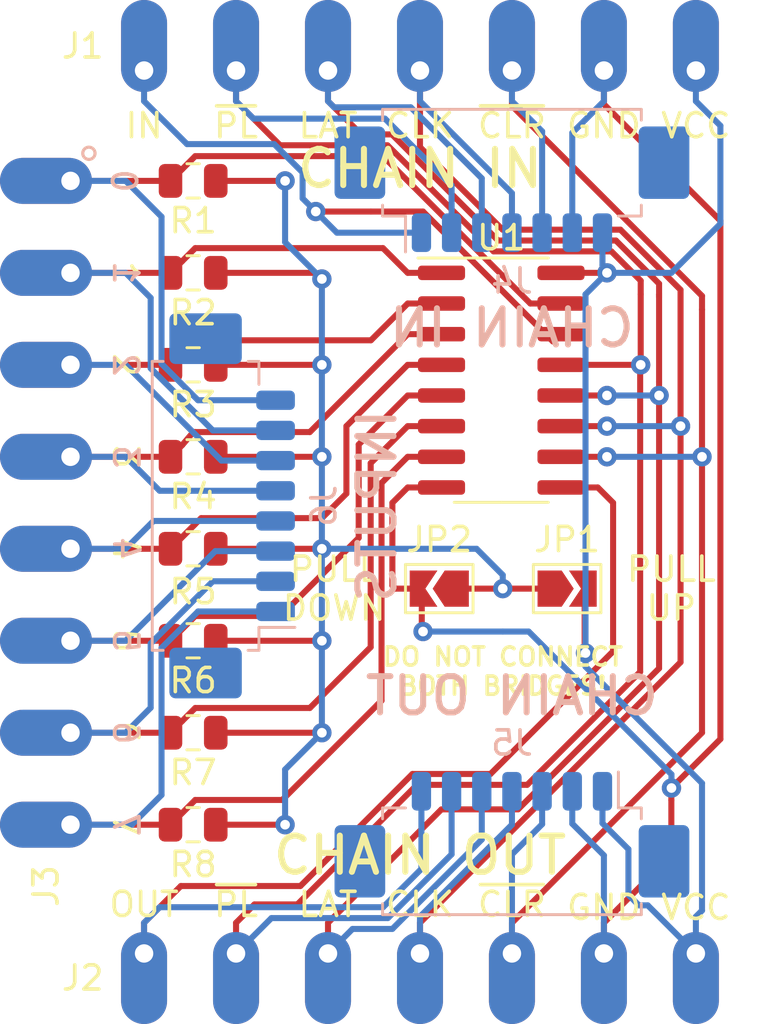
<source format=kicad_pcb>
(kicad_pcb (version 20171130) (host pcbnew 5.1.5-5.1.5)

  (general
    (thickness 1.6)
    (drawings 39)
    (tracks 307)
    (zones 0)
    (modules 17)
    (nets 18)
  )

  (page A4)
  (layers
    (0 F.Cu signal)
    (31 B.Cu signal)
    (32 B.Adhes user)
    (33 F.Adhes user)
    (34 B.Paste user)
    (35 F.Paste user)
    (36 B.SilkS user)
    (37 F.SilkS user)
    (38 B.Mask user)
    (39 F.Mask user)
    (40 Dwgs.User user)
    (41 Cmts.User user)
    (42 Eco1.User user)
    (43 Eco2.User user)
    (44 Edge.Cuts user)
    (45 Margin user)
    (46 B.CrtYd user)
    (47 F.CrtYd user)
    (48 B.Fab user)
    (49 F.Fab user)
  )

  (setup
    (last_trace_width 0.25)
    (trace_clearance 0.2)
    (zone_clearance 0.508)
    (zone_45_only no)
    (trace_min 0.2)
    (via_size 0.8)
    (via_drill 0.4)
    (via_min_size 0.4)
    (via_min_drill 0.3)
    (uvia_size 0.3)
    (uvia_drill 0.1)
    (uvias_allowed no)
    (uvia_min_size 0.2)
    (uvia_min_drill 0.1)
    (edge_width 0.05)
    (segment_width 0.2)
    (pcb_text_width 0.3)
    (pcb_text_size 1.5 1.5)
    (mod_edge_width 0.12)
    (mod_text_size 1 1)
    (mod_text_width 0.15)
    (pad_size 1.524 1.524)
    (pad_drill 0.762)
    (pad_to_mask_clearance 0.051)
    (solder_mask_min_width 0.25)
    (aux_axis_origin 0 0)
    (visible_elements FFFFFF7F)
    (pcbplotparams
      (layerselection 0x010fc_ffffffff)
      (usegerberextensions false)
      (usegerberattributes false)
      (usegerberadvancedattributes false)
      (creategerberjobfile false)
      (excludeedgelayer true)
      (linewidth 0.100000)
      (plotframeref false)
      (viasonmask false)
      (mode 1)
      (useauxorigin false)
      (hpglpennumber 1)
      (hpglpenspeed 20)
      (hpglpendiameter 15.000000)
      (psnegative false)
      (psa4output false)
      (plotreference true)
      (plotvalue true)
      (plotinvisibletext false)
      (padsonsilk false)
      (subtractmaskfromsilk false)
      (outputformat 1)
      (mirror false)
      (drillshape 1)
      (scaleselection 1)
      (outputdirectory ""))
  )

  (net 0 "")
  (net 1 "Net-(J1-Pad3)")
  (net 2 "Net-(J1-Pad4)")
  (net 3 "Net-(J1-Pad5)")
  (net 4 "Net-(J1-Pad2)")
  (net 5 "Net-(J1-Pad1)")
  (net 6 "Net-(J1-Pad6)")
  (net 7 "Net-(J1-Pad7)")
  (net 8 "Net-(J3-Pad3)")
  (net 9 "Net-(J3-Pad4)")
  (net 10 "Net-(J3-Pad5)")
  (net 11 "Net-(J3-Pad2)")
  (net 12 "Net-(J3-Pad1)")
  (net 13 "Net-(J3-Pad6)")
  (net 14 "Net-(J3-Pad7)")
  (net 15 "Net-(J3-Pad8)")
  (net 16 "Net-(JP1-Pad1)")
  (net 17 "Net-(J2-Pad1)")

  (net_class Default "This is the default net class."
    (clearance 0.2)
    (trace_width 0.25)
    (via_dia 0.8)
    (via_drill 0.4)
    (uvia_dia 0.3)
    (uvia_drill 0.1)
    (add_net "Net-(J1-Pad1)")
    (add_net "Net-(J1-Pad2)")
    (add_net "Net-(J1-Pad3)")
    (add_net "Net-(J1-Pad4)")
    (add_net "Net-(J1-Pad5)")
    (add_net "Net-(J1-Pad6)")
    (add_net "Net-(J1-Pad7)")
    (add_net "Net-(J2-Pad1)")
    (add_net "Net-(J3-Pad1)")
    (add_net "Net-(J3-Pad2)")
    (add_net "Net-(J3-Pad3)")
    (add_net "Net-(J3-Pad4)")
    (add_net "Net-(J3-Pad5)")
    (add_net "Net-(J3-Pad6)")
    (add_net "Net-(J3-Pad7)")
    (add_net "Net-(J3-Pad8)")
    (add_net "Net-(JP1-Pad1)")
  )

  (module 74HC597-Breakout:Conn_Pads_8 (layer F.Cu) (tedit 5F50393C) (tstamp 5F50C5B4)
    (at 132.08 114.935 270)
    (path /5F539F92)
    (fp_text reference J3 (at 15.875 3.556 90) (layer F.SilkS)
      (effects (font (size 1 1) (thickness 0.15)))
    )
    (fp_text value Conn_01x08 (at 0 -1.905 90) (layer F.Fab)
      (effects (font (size 1 1) (thickness 0.15)))
    )
    (fp_circle (center -14.478 1.778) (end -14.224 1.778) (layer F.SilkS) (width 0.127))
    (fp_circle (center -14.478 1.778) (end -14.224 1.778) (layer B.SilkS) (width 0.127))
    (pad 8 thru_hole oval (at 13.335 2.54 270) (size 1.905 3.81) (drill 0.762 (offset 0 1.016)) (layers *.Cu *.Mask)
      (net 15 "Net-(J3-Pad8)"))
    (pad 7 thru_hole oval (at 9.525 2.54 270) (size 1.905 3.81) (drill 0.762 (offset 0 1.016)) (layers *.Cu *.Mask)
      (net 14 "Net-(J3-Pad7)"))
    (pad 6 thru_hole oval (at 5.715 2.54 270) (size 1.905 3.81) (drill 0.762 (offset 0 1.016)) (layers *.Cu *.Mask)
      (net 13 "Net-(J3-Pad6)"))
    (pad 1 thru_hole oval (at -13.335 2.54 270) (size 1.905 3.81) (drill 0.762 (offset 0 1.016)) (layers *.Cu *.Mask)
      (net 12 "Net-(J3-Pad1)"))
    (pad 2 thru_hole oval (at -9.525 2.54 270) (size 1.905 3.81) (drill 0.762 (offset 0 1.016)) (layers *.Cu *.Mask)
      (net 11 "Net-(J3-Pad2)"))
    (pad 5 thru_hole oval (at 1.905 2.54 270) (size 1.905 3.81) (drill 0.762 (offset 0 1.016)) (layers *.Cu *.Mask)
      (net 10 "Net-(J3-Pad5)"))
    (pad 4 thru_hole oval (at -1.905 2.54 270) (size 1.905 3.81) (drill 0.762 (offset 0 1.016)) (layers *.Cu *.Mask)
      (net 9 "Net-(J3-Pad4)"))
    (pad 3 thru_hole oval (at -5.715 2.54 270) (size 1.905 3.81) (drill 0.762 (offset 0 1.016)) (layers *.Cu *.Mask)
      (net 8 "Net-(J3-Pad3)"))
  )

  (module 74HC597-Breakout:Conn_Pads_7 (layer F.Cu) (tedit 5F503736) (tstamp 5F50F025)
    (at 144.018 99.568 180)
    (path /5F55E1C2)
    (fp_text reference J1 (at 13.97 3.556) (layer F.SilkS)
      (effects (font (size 1 1) (thickness 0.15)))
    )
    (fp_text value Conn_01x07 (at 0 -1.905) (layer F.Fab)
      (effects (font (size 1 1) (thickness 0.15)))
    )
    (pad 7 thru_hole oval (at 11.43 2.54 180) (size 1.905 3.81) (drill 0.762 (offset 0 1.016)) (layers *.Cu *.Mask)
      (net 7 "Net-(J1-Pad7)"))
    (pad 6 thru_hole oval (at 7.62 2.54 180) (size 1.905 3.81) (drill 0.762 (offset 0 1.016)) (layers *.Cu *.Mask)
      (net 6 "Net-(J1-Pad6)"))
    (pad 1 thru_hole oval (at -11.43 2.54 180) (size 1.905 3.81) (drill 0.762 (offset 0 1.016)) (layers *.Cu *.Mask)
      (net 5 "Net-(J1-Pad1)"))
    (pad 2 thru_hole oval (at -7.62 2.54 180) (size 1.905 3.81) (drill 0.762 (offset 0 1.016)) (layers *.Cu *.Mask)
      (net 4 "Net-(J1-Pad2)"))
    (pad 5 thru_hole oval (at 3.81 2.54 180) (size 1.905 3.81) (drill 0.762 (offset 0 1.016)) (layers *.Cu *.Mask)
      (net 3 "Net-(J1-Pad5)"))
    (pad 4 thru_hole oval (at 0 2.54 180) (size 1.905 3.81) (drill 0.762 (offset 0 1.016)) (layers *.Cu *.Mask)
      (net 2 "Net-(J1-Pad4)"))
    (pad 3 thru_hole oval (at -3.81 2.54 180) (size 1.905 3.81) (drill 0.762 (offset 0 1.016)) (layers *.Cu *.Mask)
      (net 1 "Net-(J1-Pad3)"))
  )

  (module 74HC597-Breakout:Conn_Pads_7 (layer F.Cu) (tedit 5F503736) (tstamp 5F50EFF0)
    (at 144.018 131.064)
    (path /5F567D51)
    (fp_text reference J2 (at -13.97 3.556) (layer F.SilkS)
      (effects (font (size 1 1) (thickness 0.15)))
    )
    (fp_text value Conn_01x07 (at 0 -1.905) (layer F.Fab)
      (effects (font (size 1 1) (thickness 0.15)))
    )
    (pad 7 thru_hole oval (at 11.43 2.54) (size 1.905 3.81) (drill 0.762 (offset 0 1.016)) (layers *.Cu *.Mask)
      (net 5 "Net-(J1-Pad1)"))
    (pad 6 thru_hole oval (at 7.62 2.54) (size 1.905 3.81) (drill 0.762 (offset 0 1.016)) (layers *.Cu *.Mask)
      (net 4 "Net-(J1-Pad2)"))
    (pad 1 thru_hole oval (at -11.43 2.54) (size 1.905 3.81) (drill 0.762 (offset 0 1.016)) (layers *.Cu *.Mask)
      (net 17 "Net-(J2-Pad1)"))
    (pad 2 thru_hole oval (at -7.62 2.54) (size 1.905 3.81) (drill 0.762 (offset 0 1.016)) (layers *.Cu *.Mask)
      (net 6 "Net-(J1-Pad6)"))
    (pad 5 thru_hole oval (at 3.81 2.54) (size 1.905 3.81) (drill 0.762 (offset 0 1.016)) (layers *.Cu *.Mask)
      (net 1 "Net-(J1-Pad3)"))
    (pad 4 thru_hole oval (at 0 2.54) (size 1.905 3.81) (drill 0.762 (offset 0 1.016)) (layers *.Cu *.Mask)
      (net 2 "Net-(J1-Pad4)"))
    (pad 3 thru_hole oval (at -3.81 2.54) (size 1.905 3.81) (drill 0.762 (offset 0 1.016)) (layers *.Cu *.Mask)
      (net 3 "Net-(J1-Pad5)"))
  )

  (module Jumper:SolderJumper-2_P1.3mm_Open_TrianglePad1.0x1.5mm (layer F.Cu) (tedit 5A64794F) (tstamp 5F507A6E)
    (at 150.114 118.491)
    (descr "SMD Solder Jumper, 1x1.5mm Triangular Pads, 0.3mm gap, open")
    (tags "solder jumper open")
    (path /5F52F8C8)
    (attr virtual)
    (fp_text reference JP1 (at 0 -2.032) (layer F.SilkS)
      (effects (font (size 1 1) (thickness 0.15)))
    )
    (fp_text value SolderJumper_2_Open (at 0 1.9) (layer F.Fab)
      (effects (font (size 1 1) (thickness 0.15)))
    )
    (fp_line (start 1.65 1.25) (end -1.65 1.25) (layer F.CrtYd) (width 0.05))
    (fp_line (start 1.65 1.25) (end 1.65 -1.25) (layer F.CrtYd) (width 0.05))
    (fp_line (start -1.65 -1.25) (end -1.65 1.25) (layer F.CrtYd) (width 0.05))
    (fp_line (start -1.65 -1.25) (end 1.65 -1.25) (layer F.CrtYd) (width 0.05))
    (fp_line (start -1.4 -1) (end 1.4 -1) (layer F.SilkS) (width 0.12))
    (fp_line (start 1.4 -1) (end 1.4 1) (layer F.SilkS) (width 0.12))
    (fp_line (start 1.4 1) (end -1.4 1) (layer F.SilkS) (width 0.12))
    (fp_line (start -1.4 1) (end -1.4 -1) (layer F.SilkS) (width 0.12))
    (pad 1 smd custom (at -0.725 0) (size 0.3 0.3) (layers F.Cu F.Mask)
      (net 16 "Net-(JP1-Pad1)") (zone_connect 2)
      (options (clearance outline) (anchor rect))
      (primitives
        (gr_poly (pts
           (xy -0.5 -0.75) (xy 0.5 -0.75) (xy 1 0) (xy 0.5 0.75) (xy -0.5 0.75)
) (width 0))
      ))
    (pad 2 smd custom (at 0.725 0) (size 0.3 0.3) (layers F.Cu F.Mask)
      (net 5 "Net-(J1-Pad1)") (zone_connect 2)
      (options (clearance outline) (anchor rect))
      (primitives
        (gr_poly (pts
           (xy -0.65 -0.75) (xy 0.5 -0.75) (xy 0.5 0.75) (xy -0.65 0.75) (xy -0.15 0)
) (width 0))
      ))
  )

  (module Jumper:SolderJumper-2_P1.3mm_Open_TrianglePad1.0x1.5mm (layer F.Cu) (tedit 5A64794F) (tstamp 5F507A7C)
    (at 144.817 118.491 180)
    (descr "SMD Solder Jumper, 1x1.5mm Triangular Pads, 0.3mm gap, open")
    (tags "solder jumper open")
    (path /5F5281D5)
    (attr virtual)
    (fp_text reference JP2 (at 0 2.032) (layer F.SilkS)
      (effects (font (size 1 1) (thickness 0.15)))
    )
    (fp_text value SolderJumper_2_Open (at -1.27 -3.81) (layer F.Fab)
      (effects (font (size 1 1) (thickness 0.15)))
    )
    (fp_line (start -1.4 1) (end -1.4 -1) (layer F.SilkS) (width 0.12))
    (fp_line (start 1.4 1) (end -1.4 1) (layer F.SilkS) (width 0.12))
    (fp_line (start 1.4 -1) (end 1.4 1) (layer F.SilkS) (width 0.12))
    (fp_line (start -1.4 -1) (end 1.4 -1) (layer F.SilkS) (width 0.12))
    (fp_line (start -1.65 -1.25) (end 1.65 -1.25) (layer F.CrtYd) (width 0.05))
    (fp_line (start -1.65 -1.25) (end -1.65 1.25) (layer F.CrtYd) (width 0.05))
    (fp_line (start 1.65 1.25) (end 1.65 -1.25) (layer F.CrtYd) (width 0.05))
    (fp_line (start 1.65 1.25) (end -1.65 1.25) (layer F.CrtYd) (width 0.05))
    (pad 2 smd custom (at 0.725 0 180) (size 0.3 0.3) (layers F.Cu F.Mask)
      (net 4 "Net-(J1-Pad2)") (zone_connect 2)
      (options (clearance outline) (anchor rect))
      (primitives
        (gr_poly (pts
           (xy -0.65 -0.75) (xy 0.5 -0.75) (xy 0.5 0.75) (xy -0.65 0.75) (xy -0.15 0)
) (width 0))
      ))
    (pad 1 smd custom (at -0.725 0 180) (size 0.3 0.3) (layers F.Cu F.Mask)
      (net 16 "Net-(JP1-Pad1)") (zone_connect 2)
      (options (clearance outline) (anchor rect))
      (primitives
        (gr_poly (pts
           (xy -0.5 -0.75) (xy 0.5 -0.75) (xy 1 0) (xy 0.5 0.75) (xy -0.5 0.75)
) (width 0))
      ))
  )

  (module Resistor_SMD:R_0805_2012Metric (layer F.Cu) (tedit 5B36C52B) (tstamp 5F50ADFE)
    (at 134.62 101.6 180)
    (descr "Resistor SMD 0805 (2012 Metric), square (rectangular) end terminal, IPC_7351 nominal, (Body size source: https://docs.google.com/spreadsheets/d/1BsfQQcO9C6DZCsRaXUlFlo91Tg2WpOkGARC1WS5S8t0/edit?usp=sharing), generated with kicad-footprint-generator")
    (tags resistor)
    (path /5F50508E)
    (attr smd)
    (fp_text reference R1 (at 0 -1.65) (layer F.SilkS)
      (effects (font (size 1 1) (thickness 0.15)))
    )
    (fp_text value R (at 0 1.65) (layer F.Fab)
      (effects (font (size 1 1) (thickness 0.15)))
    )
    (fp_line (start -1 0.6) (end -1 -0.6) (layer F.Fab) (width 0.1))
    (fp_line (start -1 -0.6) (end 1 -0.6) (layer F.Fab) (width 0.1))
    (fp_line (start 1 -0.6) (end 1 0.6) (layer F.Fab) (width 0.1))
    (fp_line (start 1 0.6) (end -1 0.6) (layer F.Fab) (width 0.1))
    (fp_line (start -0.258578 -0.71) (end 0.258578 -0.71) (layer F.SilkS) (width 0.12))
    (fp_line (start -0.258578 0.71) (end 0.258578 0.71) (layer F.SilkS) (width 0.12))
    (fp_line (start -1.68 0.95) (end -1.68 -0.95) (layer F.CrtYd) (width 0.05))
    (fp_line (start -1.68 -0.95) (end 1.68 -0.95) (layer F.CrtYd) (width 0.05))
    (fp_line (start 1.68 -0.95) (end 1.68 0.95) (layer F.CrtYd) (width 0.05))
    (fp_line (start 1.68 0.95) (end -1.68 0.95) (layer F.CrtYd) (width 0.05))
    (fp_text user %R (at 0 0) (layer F.Fab)
      (effects (font (size 0.5 0.5) (thickness 0.08)))
    )
    (pad 1 smd roundrect (at -0.9375 0 180) (size 0.975 1.4) (layers F.Cu F.Paste F.Mask) (roundrect_rratio 0.25)
      (net 16 "Net-(JP1-Pad1)"))
    (pad 2 smd roundrect (at 0.9375 0 180) (size 0.975 1.4) (layers F.Cu F.Paste F.Mask) (roundrect_rratio 0.25)
      (net 12 "Net-(J3-Pad1)"))
    (model ${KISYS3DMOD}/Resistor_SMD.3dshapes/R_0805_2012Metric.wrl
      (at (xyz 0 0 0))
      (scale (xyz 1 1 1))
      (rotate (xyz 0 0 0))
    )
  )

  (module Resistor_SMD:R_0805_2012Metric (layer F.Cu) (tedit 5B36C52B) (tstamp 5F507A9E)
    (at 134.62 105.41 180)
    (descr "Resistor SMD 0805 (2012 Metric), square (rectangular) end terminal, IPC_7351 nominal, (Body size source: https://docs.google.com/spreadsheets/d/1BsfQQcO9C6DZCsRaXUlFlo91Tg2WpOkGARC1WS5S8t0/edit?usp=sharing), generated with kicad-footprint-generator")
    (tags resistor)
    (path /5F507454)
    (attr smd)
    (fp_text reference R2 (at 0 -1.65) (layer F.SilkS)
      (effects (font (size 1 1) (thickness 0.15)))
    )
    (fp_text value R (at 0 1.65) (layer F.Fab)
      (effects (font (size 1 1) (thickness 0.15)))
    )
    (fp_text user %R (at 0 0) (layer F.Fab)
      (effects (font (size 0.5 0.5) (thickness 0.08)))
    )
    (fp_line (start 1.68 0.95) (end -1.68 0.95) (layer F.CrtYd) (width 0.05))
    (fp_line (start 1.68 -0.95) (end 1.68 0.95) (layer F.CrtYd) (width 0.05))
    (fp_line (start -1.68 -0.95) (end 1.68 -0.95) (layer F.CrtYd) (width 0.05))
    (fp_line (start -1.68 0.95) (end -1.68 -0.95) (layer F.CrtYd) (width 0.05))
    (fp_line (start -0.258578 0.71) (end 0.258578 0.71) (layer F.SilkS) (width 0.12))
    (fp_line (start -0.258578 -0.71) (end 0.258578 -0.71) (layer F.SilkS) (width 0.12))
    (fp_line (start 1 0.6) (end -1 0.6) (layer F.Fab) (width 0.1))
    (fp_line (start 1 -0.6) (end 1 0.6) (layer F.Fab) (width 0.1))
    (fp_line (start -1 -0.6) (end 1 -0.6) (layer F.Fab) (width 0.1))
    (fp_line (start -1 0.6) (end -1 -0.6) (layer F.Fab) (width 0.1))
    (pad 2 smd roundrect (at 0.9375 0 180) (size 0.975 1.4) (layers F.Cu F.Paste F.Mask) (roundrect_rratio 0.25)
      (net 11 "Net-(J3-Pad2)"))
    (pad 1 smd roundrect (at -0.9375 0 180) (size 0.975 1.4) (layers F.Cu F.Paste F.Mask) (roundrect_rratio 0.25)
      (net 16 "Net-(JP1-Pad1)"))
    (model ${KISYS3DMOD}/Resistor_SMD.3dshapes/R_0805_2012Metric.wrl
      (at (xyz 0 0 0))
      (scale (xyz 1 1 1))
      (rotate (xyz 0 0 0))
    )
  )

  (module Resistor_SMD:R_0805_2012Metric (layer F.Cu) (tedit 5B36C52B) (tstamp 5F507AAF)
    (at 134.62 109.22 180)
    (descr "Resistor SMD 0805 (2012 Metric), square (rectangular) end terminal, IPC_7351 nominal, (Body size source: https://docs.google.com/spreadsheets/d/1BsfQQcO9C6DZCsRaXUlFlo91Tg2WpOkGARC1WS5S8t0/edit?usp=sharing), generated with kicad-footprint-generator")
    (tags resistor)
    (path /5F50A228)
    (attr smd)
    (fp_text reference R3 (at 0 -1.65) (layer F.SilkS)
      (effects (font (size 1 1) (thickness 0.15)))
    )
    (fp_text value R (at 0 1.65) (layer F.Fab)
      (effects (font (size 1 1) (thickness 0.15)))
    )
    (fp_line (start -1 0.6) (end -1 -0.6) (layer F.Fab) (width 0.1))
    (fp_line (start -1 -0.6) (end 1 -0.6) (layer F.Fab) (width 0.1))
    (fp_line (start 1 -0.6) (end 1 0.6) (layer F.Fab) (width 0.1))
    (fp_line (start 1 0.6) (end -1 0.6) (layer F.Fab) (width 0.1))
    (fp_line (start -0.258578 -0.71) (end 0.258578 -0.71) (layer F.SilkS) (width 0.12))
    (fp_line (start -0.258578 0.71) (end 0.258578 0.71) (layer F.SilkS) (width 0.12))
    (fp_line (start -1.68 0.95) (end -1.68 -0.95) (layer F.CrtYd) (width 0.05))
    (fp_line (start -1.68 -0.95) (end 1.68 -0.95) (layer F.CrtYd) (width 0.05))
    (fp_line (start 1.68 -0.95) (end 1.68 0.95) (layer F.CrtYd) (width 0.05))
    (fp_line (start 1.68 0.95) (end -1.68 0.95) (layer F.CrtYd) (width 0.05))
    (fp_text user %R (at 0 0) (layer F.Fab)
      (effects (font (size 0.5 0.5) (thickness 0.08)))
    )
    (pad 1 smd roundrect (at -0.9375 0 180) (size 0.975 1.4) (layers F.Cu F.Paste F.Mask) (roundrect_rratio 0.25)
      (net 16 "Net-(JP1-Pad1)"))
    (pad 2 smd roundrect (at 0.9375 0 180) (size 0.975 1.4) (layers F.Cu F.Paste F.Mask) (roundrect_rratio 0.25)
      (net 8 "Net-(J3-Pad3)"))
    (model ${KISYS3DMOD}/Resistor_SMD.3dshapes/R_0805_2012Metric.wrl
      (at (xyz 0 0 0))
      (scale (xyz 1 1 1))
      (rotate (xyz 0 0 0))
    )
  )

  (module Resistor_SMD:R_0805_2012Metric (layer F.Cu) (tedit 5B36C52B) (tstamp 5F507AC0)
    (at 134.62 113.03 180)
    (descr "Resistor SMD 0805 (2012 Metric), square (rectangular) end terminal, IPC_7351 nominal, (Body size source: https://docs.google.com/spreadsheets/d/1BsfQQcO9C6DZCsRaXUlFlo91Tg2WpOkGARC1WS5S8t0/edit?usp=sharing), generated with kicad-footprint-generator")
    (tags resistor)
    (path /5F50C277)
    (attr smd)
    (fp_text reference R4 (at 0 -1.65) (layer F.SilkS)
      (effects (font (size 1 1) (thickness 0.15)))
    )
    (fp_text value R (at 0 1.65) (layer F.Fab)
      (effects (font (size 1 1) (thickness 0.15)))
    )
    (fp_text user %R (at 0 0) (layer F.Fab)
      (effects (font (size 0.5 0.5) (thickness 0.08)))
    )
    (fp_line (start 1.68 0.95) (end -1.68 0.95) (layer F.CrtYd) (width 0.05))
    (fp_line (start 1.68 -0.95) (end 1.68 0.95) (layer F.CrtYd) (width 0.05))
    (fp_line (start -1.68 -0.95) (end 1.68 -0.95) (layer F.CrtYd) (width 0.05))
    (fp_line (start -1.68 0.95) (end -1.68 -0.95) (layer F.CrtYd) (width 0.05))
    (fp_line (start -0.258578 0.71) (end 0.258578 0.71) (layer F.SilkS) (width 0.12))
    (fp_line (start -0.258578 -0.71) (end 0.258578 -0.71) (layer F.SilkS) (width 0.12))
    (fp_line (start 1 0.6) (end -1 0.6) (layer F.Fab) (width 0.1))
    (fp_line (start 1 -0.6) (end 1 0.6) (layer F.Fab) (width 0.1))
    (fp_line (start -1 -0.6) (end 1 -0.6) (layer F.Fab) (width 0.1))
    (fp_line (start -1 0.6) (end -1 -0.6) (layer F.Fab) (width 0.1))
    (pad 2 smd roundrect (at 0.9375 0 180) (size 0.975 1.4) (layers F.Cu F.Paste F.Mask) (roundrect_rratio 0.25)
      (net 9 "Net-(J3-Pad4)"))
    (pad 1 smd roundrect (at -0.9375 0 180) (size 0.975 1.4) (layers F.Cu F.Paste F.Mask) (roundrect_rratio 0.25)
      (net 16 "Net-(JP1-Pad1)"))
    (model ${KISYS3DMOD}/Resistor_SMD.3dshapes/R_0805_2012Metric.wrl
      (at (xyz 0 0 0))
      (scale (xyz 1 1 1))
      (rotate (xyz 0 0 0))
    )
  )

  (module Resistor_SMD:R_0805_2012Metric (layer F.Cu) (tedit 5B36C52B) (tstamp 5F507AD1)
    (at 134.62 116.84)
    (descr "Resistor SMD 0805 (2012 Metric), square (rectangular) end terminal, IPC_7351 nominal, (Body size source: https://docs.google.com/spreadsheets/d/1BsfQQcO9C6DZCsRaXUlFlo91Tg2WpOkGARC1WS5S8t0/edit?usp=sharing), generated with kicad-footprint-generator")
    (tags resistor)
    (path /5F50A9C3)
    (attr smd)
    (fp_text reference R5 (at 0 1.778) (layer F.SilkS)
      (effects (font (size 1 1) (thickness 0.15)))
    )
    (fp_text value R (at 0 1.65) (layer F.Fab)
      (effects (font (size 1 1) (thickness 0.15)))
    )
    (fp_text user %R (at 0 0) (layer F.Fab)
      (effects (font (size 0.5 0.5) (thickness 0.08)))
    )
    (fp_line (start 1.68 0.95) (end -1.68 0.95) (layer F.CrtYd) (width 0.05))
    (fp_line (start 1.68 -0.95) (end 1.68 0.95) (layer F.CrtYd) (width 0.05))
    (fp_line (start -1.68 -0.95) (end 1.68 -0.95) (layer F.CrtYd) (width 0.05))
    (fp_line (start -1.68 0.95) (end -1.68 -0.95) (layer F.CrtYd) (width 0.05))
    (fp_line (start -0.258578 0.71) (end 0.258578 0.71) (layer F.SilkS) (width 0.12))
    (fp_line (start -0.258578 -0.71) (end 0.258578 -0.71) (layer F.SilkS) (width 0.12))
    (fp_line (start 1 0.6) (end -1 0.6) (layer F.Fab) (width 0.1))
    (fp_line (start 1 -0.6) (end 1 0.6) (layer F.Fab) (width 0.1))
    (fp_line (start -1 -0.6) (end 1 -0.6) (layer F.Fab) (width 0.1))
    (fp_line (start -1 0.6) (end -1 -0.6) (layer F.Fab) (width 0.1))
    (pad 2 smd roundrect (at 0.9375 0) (size 0.975 1.4) (layers F.Cu F.Paste F.Mask) (roundrect_rratio 0.25)
      (net 16 "Net-(JP1-Pad1)"))
    (pad 1 smd roundrect (at -0.9375 0) (size 0.975 1.4) (layers F.Cu F.Paste F.Mask) (roundrect_rratio 0.25)
      (net 10 "Net-(J3-Pad5)"))
    (model ${KISYS3DMOD}/Resistor_SMD.3dshapes/R_0805_2012Metric.wrl
      (at (xyz 0 0 0))
      (scale (xyz 1 1 1))
      (rotate (xyz 0 0 0))
    )
  )

  (module Resistor_SMD:R_0805_2012Metric (layer F.Cu) (tedit 5B36C52B) (tstamp 5F50841A)
    (at 134.62 120.65 180)
    (descr "Resistor SMD 0805 (2012 Metric), square (rectangular) end terminal, IPC_7351 nominal, (Body size source: https://docs.google.com/spreadsheets/d/1BsfQQcO9C6DZCsRaXUlFlo91Tg2WpOkGARC1WS5S8t0/edit?usp=sharing), generated with kicad-footprint-generator")
    (tags resistor)
    (path /5F50B0C4)
    (attr smd)
    (fp_text reference R6 (at 0 -1.65) (layer F.SilkS)
      (effects (font (size 1 1) (thickness 0.15)))
    )
    (fp_text value R (at 0 1.65) (layer F.Fab)
      (effects (font (size 1 1) (thickness 0.15)))
    )
    (fp_line (start -1 0.6) (end -1 -0.6) (layer F.Fab) (width 0.1))
    (fp_line (start -1 -0.6) (end 1 -0.6) (layer F.Fab) (width 0.1))
    (fp_line (start 1 -0.6) (end 1 0.6) (layer F.Fab) (width 0.1))
    (fp_line (start 1 0.6) (end -1 0.6) (layer F.Fab) (width 0.1))
    (fp_line (start -0.258578 -0.71) (end 0.258578 -0.71) (layer F.SilkS) (width 0.12))
    (fp_line (start -0.258578 0.71) (end 0.258578 0.71) (layer F.SilkS) (width 0.12))
    (fp_line (start -1.68 0.95) (end -1.68 -0.95) (layer F.CrtYd) (width 0.05))
    (fp_line (start -1.68 -0.95) (end 1.68 -0.95) (layer F.CrtYd) (width 0.05))
    (fp_line (start 1.68 -0.95) (end 1.68 0.95) (layer F.CrtYd) (width 0.05))
    (fp_line (start 1.68 0.95) (end -1.68 0.95) (layer F.CrtYd) (width 0.05))
    (fp_text user %R (at 0 0 180) (layer F.Fab)
      (effects (font (size 0.5 0.5) (thickness 0.08)))
    )
    (pad 1 smd roundrect (at -0.9375 0 180) (size 0.975 1.4) (layers F.Cu F.Paste F.Mask) (roundrect_rratio 0.25)
      (net 16 "Net-(JP1-Pad1)"))
    (pad 2 smd roundrect (at 0.9375 0 180) (size 0.975 1.4) (layers F.Cu F.Paste F.Mask) (roundrect_rratio 0.25)
      (net 13 "Net-(J3-Pad6)"))
    (model ${KISYS3DMOD}/Resistor_SMD.3dshapes/R_0805_2012Metric.wrl
      (at (xyz 0 0 0))
      (scale (xyz 1 1 1))
      (rotate (xyz 0 0 0))
    )
  )

  (module Resistor_SMD:R_0805_2012Metric (layer F.Cu) (tedit 5B36C52B) (tstamp 5F507AF3)
    (at 134.62 124.46 180)
    (descr "Resistor SMD 0805 (2012 Metric), square (rectangular) end terminal, IPC_7351 nominal, (Body size source: https://docs.google.com/spreadsheets/d/1BsfQQcO9C6DZCsRaXUlFlo91Tg2WpOkGARC1WS5S8t0/edit?usp=sharing), generated with kicad-footprint-generator")
    (tags resistor)
    (path /5F50BA65)
    (attr smd)
    (fp_text reference R7 (at 0 -1.65) (layer F.SilkS)
      (effects (font (size 1 1) (thickness 0.15)))
    )
    (fp_text value R (at 0 1.65) (layer F.Fab)
      (effects (font (size 1 1) (thickness 0.15)))
    )
    (fp_text user %R (at 0 0) (layer F.Fab)
      (effects (font (size 0.5 0.5) (thickness 0.08)))
    )
    (fp_line (start 1.68 0.95) (end -1.68 0.95) (layer F.CrtYd) (width 0.05))
    (fp_line (start 1.68 -0.95) (end 1.68 0.95) (layer F.CrtYd) (width 0.05))
    (fp_line (start -1.68 -0.95) (end 1.68 -0.95) (layer F.CrtYd) (width 0.05))
    (fp_line (start -1.68 0.95) (end -1.68 -0.95) (layer F.CrtYd) (width 0.05))
    (fp_line (start -0.258578 0.71) (end 0.258578 0.71) (layer F.SilkS) (width 0.12))
    (fp_line (start -0.258578 -0.71) (end 0.258578 -0.71) (layer F.SilkS) (width 0.12))
    (fp_line (start 1 0.6) (end -1 0.6) (layer F.Fab) (width 0.1))
    (fp_line (start 1 -0.6) (end 1 0.6) (layer F.Fab) (width 0.1))
    (fp_line (start -1 -0.6) (end 1 -0.6) (layer F.Fab) (width 0.1))
    (fp_line (start -1 0.6) (end -1 -0.6) (layer F.Fab) (width 0.1))
    (pad 2 smd roundrect (at 0.9375 0 180) (size 0.975 1.4) (layers F.Cu F.Paste F.Mask) (roundrect_rratio 0.25)
      (net 14 "Net-(J3-Pad7)"))
    (pad 1 smd roundrect (at -0.9375 0 180) (size 0.975 1.4) (layers F.Cu F.Paste F.Mask) (roundrect_rratio 0.25)
      (net 16 "Net-(JP1-Pad1)"))
    (model ${KISYS3DMOD}/Resistor_SMD.3dshapes/R_0805_2012Metric.wrl
      (at (xyz 0 0 0))
      (scale (xyz 1 1 1))
      (rotate (xyz 0 0 0))
    )
  )

  (module Resistor_SMD:R_0805_2012Metric (layer F.Cu) (tedit 5B36C52B) (tstamp 5F507B04)
    (at 134.62 128.27 180)
    (descr "Resistor SMD 0805 (2012 Metric), square (rectangular) end terminal, IPC_7351 nominal, (Body size source: https://docs.google.com/spreadsheets/d/1BsfQQcO9C6DZCsRaXUlFlo91Tg2WpOkGARC1WS5S8t0/edit?usp=sharing), generated with kicad-footprint-generator")
    (tags resistor)
    (path /5F50DEF5)
    (attr smd)
    (fp_text reference R8 (at 0 -1.65) (layer F.SilkS)
      (effects (font (size 1 1) (thickness 0.15)))
    )
    (fp_text value R (at 0 1.65) (layer F.Fab)
      (effects (font (size 1 1) (thickness 0.15)))
    )
    (fp_line (start -1 0.6) (end -1 -0.6) (layer F.Fab) (width 0.1))
    (fp_line (start -1 -0.6) (end 1 -0.6) (layer F.Fab) (width 0.1))
    (fp_line (start 1 -0.6) (end 1 0.6) (layer F.Fab) (width 0.1))
    (fp_line (start 1 0.6) (end -1 0.6) (layer F.Fab) (width 0.1))
    (fp_line (start -0.258578 -0.71) (end 0.258578 -0.71) (layer F.SilkS) (width 0.12))
    (fp_line (start -0.258578 0.71) (end 0.258578 0.71) (layer F.SilkS) (width 0.12))
    (fp_line (start -1.68 0.95) (end -1.68 -0.95) (layer F.CrtYd) (width 0.05))
    (fp_line (start -1.68 -0.95) (end 1.68 -0.95) (layer F.CrtYd) (width 0.05))
    (fp_line (start 1.68 -0.95) (end 1.68 0.95) (layer F.CrtYd) (width 0.05))
    (fp_line (start 1.68 0.95) (end -1.68 0.95) (layer F.CrtYd) (width 0.05))
    (fp_text user %R (at 0 0) (layer F.Fab)
      (effects (font (size 0.5 0.5) (thickness 0.08)))
    )
    (pad 1 smd roundrect (at -0.9375 0 180) (size 0.975 1.4) (layers F.Cu F.Paste F.Mask) (roundrect_rratio 0.25)
      (net 16 "Net-(JP1-Pad1)"))
    (pad 2 smd roundrect (at 0.9375 0 180) (size 0.975 1.4) (layers F.Cu F.Paste F.Mask) (roundrect_rratio 0.25)
      (net 15 "Net-(J3-Pad8)"))
    (model ${KISYS3DMOD}/Resistor_SMD.3dshapes/R_0805_2012Metric.wrl
      (at (xyz 0 0 0))
      (scale (xyz 1 1 1))
      (rotate (xyz 0 0 0))
    )
  )

  (module Package_SO:SOIC-16_3.9x9.9mm_P1.27mm (layer F.Cu) (tedit 5D9F72B1) (tstamp 5F507B26)
    (at 147.385 109.855)
    (descr "SOIC, 16 Pin (JEDEC MS-012AC, https://www.analog.com/media/en/package-pcb-resources/package/pkg_pdf/soic_narrow-r/r_16.pdf), generated with kicad-footprint-generator ipc_gullwing_generator.py")
    (tags "SOIC SO")
    (path /5F504068)
    (attr smd)
    (fp_text reference U1 (at 0 -5.9) (layer F.SilkS)
      (effects (font (size 1 1) (thickness 0.15)))
    )
    (fp_text value 74HC597 (at 0 5.9) (layer F.Fab)
      (effects (font (size 1 1) (thickness 0.15)))
    )
    (fp_line (start 0 5.06) (end 1.95 5.06) (layer F.SilkS) (width 0.12))
    (fp_line (start 0 5.06) (end -1.95 5.06) (layer F.SilkS) (width 0.12))
    (fp_line (start 0 -5.06) (end 1.95 -5.06) (layer F.SilkS) (width 0.12))
    (fp_line (start 0 -5.06) (end -3.45 -5.06) (layer F.SilkS) (width 0.12))
    (fp_line (start -0.975 -4.95) (end 1.95 -4.95) (layer F.Fab) (width 0.1))
    (fp_line (start 1.95 -4.95) (end 1.95 4.95) (layer F.Fab) (width 0.1))
    (fp_line (start 1.95 4.95) (end -1.95 4.95) (layer F.Fab) (width 0.1))
    (fp_line (start -1.95 4.95) (end -1.95 -3.975) (layer F.Fab) (width 0.1))
    (fp_line (start -1.95 -3.975) (end -0.975 -4.95) (layer F.Fab) (width 0.1))
    (fp_line (start -3.7 -5.2) (end -3.7 5.2) (layer F.CrtYd) (width 0.05))
    (fp_line (start -3.7 5.2) (end 3.7 5.2) (layer F.CrtYd) (width 0.05))
    (fp_line (start 3.7 5.2) (end 3.7 -5.2) (layer F.CrtYd) (width 0.05))
    (fp_line (start 3.7 -5.2) (end -3.7 -5.2) (layer F.CrtYd) (width 0.05))
    (fp_text user %R (at 0 0) (layer F.Fab)
      (effects (font (size 0.98 0.98) (thickness 0.15)))
    )
    (pad 1 smd roundrect (at -2.475 -4.445) (size 1.95 0.6) (layers F.Cu F.Paste F.Mask) (roundrect_rratio 0.25)
      (net 11 "Net-(J3-Pad2)"))
    (pad 2 smd roundrect (at -2.475 -3.175) (size 1.95 0.6) (layers F.Cu F.Paste F.Mask) (roundrect_rratio 0.25)
      (net 8 "Net-(J3-Pad3)"))
    (pad 3 smd roundrect (at -2.475 -1.905) (size 1.95 0.6) (layers F.Cu F.Paste F.Mask) (roundrect_rratio 0.25)
      (net 9 "Net-(J3-Pad4)"))
    (pad 4 smd roundrect (at -2.475 -0.635) (size 1.95 0.6) (layers F.Cu F.Paste F.Mask) (roundrect_rratio 0.25)
      (net 10 "Net-(J3-Pad5)"))
    (pad 5 smd roundrect (at -2.475 0.635) (size 1.95 0.6) (layers F.Cu F.Paste F.Mask) (roundrect_rratio 0.25)
      (net 13 "Net-(J3-Pad6)"))
    (pad 6 smd roundrect (at -2.475 1.905) (size 1.95 0.6) (layers F.Cu F.Paste F.Mask) (roundrect_rratio 0.25)
      (net 14 "Net-(J3-Pad7)"))
    (pad 7 smd roundrect (at -2.475 3.175) (size 1.95 0.6) (layers F.Cu F.Paste F.Mask) (roundrect_rratio 0.25)
      (net 15 "Net-(J3-Pad8)"))
    (pad 8 smd roundrect (at -2.475 4.445) (size 1.95 0.6) (layers F.Cu F.Paste F.Mask) (roundrect_rratio 0.25)
      (net 4 "Net-(J1-Pad2)"))
    (pad 9 smd roundrect (at 2.475 4.445) (size 1.95 0.6) (layers F.Cu F.Paste F.Mask) (roundrect_rratio 0.25)
      (net 17 "Net-(J2-Pad1)"))
    (pad 10 smd roundrect (at 2.475 3.175) (size 1.95 0.6) (layers F.Cu F.Paste F.Mask) (roundrect_rratio 0.25)
      (net 1 "Net-(J1-Pad3)"))
    (pad 11 smd roundrect (at 2.475 1.905) (size 1.95 0.6) (layers F.Cu F.Paste F.Mask) (roundrect_rratio 0.25)
      (net 2 "Net-(J1-Pad4)"))
    (pad 12 smd roundrect (at 2.475 0.635) (size 1.95 0.6) (layers F.Cu F.Paste F.Mask) (roundrect_rratio 0.25)
      (net 3 "Net-(J1-Pad5)"))
    (pad 13 smd roundrect (at 2.475 -0.635) (size 1.95 0.6) (layers F.Cu F.Paste F.Mask) (roundrect_rratio 0.25)
      (net 6 "Net-(J1-Pad6)"))
    (pad 14 smd roundrect (at 2.475 -1.905) (size 1.95 0.6) (layers F.Cu F.Paste F.Mask) (roundrect_rratio 0.25)
      (net 7 "Net-(J1-Pad7)"))
    (pad 15 smd roundrect (at 2.475 -3.175) (size 1.95 0.6) (layers F.Cu F.Paste F.Mask) (roundrect_rratio 0.25)
      (net 12 "Net-(J3-Pad1)"))
    (pad 16 smd roundrect (at 2.475 -4.445) (size 1.95 0.6) (layers F.Cu F.Paste F.Mask) (roundrect_rratio 0.25)
      (net 5 "Net-(J1-Pad1)"))
    (model ${KISYS3DMOD}/Package_SO.3dshapes/SOIC-16_3.9x9.9mm_P1.27mm.wrl
      (at (xyz 0 0 0))
      (scale (xyz 1 1 1))
      (rotate (xyz 0 0 0))
    )
  )

  (module Connector_Molex:Molex_PicoBlade_53261-0771_1x07-1MP_P1.25mm_Horizontal (layer B.Cu) (tedit 5B78AD89) (tstamp 5F50ED55)
    (at 147.828 101.346)
    (descr "Molex PicoBlade series connector, 53261-0771 (http://www.molex.com/pdm_docs/sd/532610271_sd.pdf), generated with kicad-footprint-generator")
    (tags "connector Molex PicoBlade top entry")
    (path /5F5D6BC1)
    (attr smd)
    (fp_text reference J4 (at 0 4.4) (layer B.SilkS)
      (effects (font (size 1 1) (thickness 0.15)) (justify mirror))
    )
    (fp_text value Conn_01x07 (at 0 -3.8) (layer B.Fab)
      (effects (font (size 1 1) (thickness 0.15)) (justify mirror))
    )
    (fp_line (start -5.25 1.6) (end 5.25 1.6) (layer B.Fab) (width 0.1))
    (fp_line (start -5.36 1.26) (end -5.36 1.71) (layer B.SilkS) (width 0.12))
    (fp_line (start -5.36 1.71) (end -4.41 1.71) (layer B.SilkS) (width 0.12))
    (fp_line (start -4.41 1.71) (end -4.41 3.2) (layer B.SilkS) (width 0.12))
    (fp_line (start 5.36 1.26) (end 5.36 1.71) (layer B.SilkS) (width 0.12))
    (fp_line (start 5.36 1.71) (end 4.41 1.71) (layer B.SilkS) (width 0.12))
    (fp_line (start -5.36 -2.26) (end -5.36 -2.71) (layer B.SilkS) (width 0.12))
    (fp_line (start -5.36 -2.71) (end 5.36 -2.71) (layer B.SilkS) (width 0.12))
    (fp_line (start 5.36 -2.71) (end 5.36 -2.26) (layer B.SilkS) (width 0.12))
    (fp_line (start -5.25 -2.6) (end 5.25 -2.6) (layer B.Fab) (width 0.1))
    (fp_line (start -5.25 1.6) (end -5.25 -2.6) (layer B.Fab) (width 0.1))
    (fp_line (start 5.25 1.6) (end 5.25 -2.6) (layer B.Fab) (width 0.1))
    (fp_line (start -5.25 0.6) (end -6.75 0.6) (layer B.Fab) (width 0.1))
    (fp_line (start -6.75 0.6) (end -6.95 0.4) (layer B.Fab) (width 0.1))
    (fp_line (start -6.95 0.4) (end -6.95 -1.4) (layer B.Fab) (width 0.1))
    (fp_line (start -6.95 -1.4) (end -6.75 -1.6) (layer B.Fab) (width 0.1))
    (fp_line (start -6.75 -1.6) (end -6.75 -2.2) (layer B.Fab) (width 0.1))
    (fp_line (start -6.75 -2.2) (end -5.25 -2.2) (layer B.Fab) (width 0.1))
    (fp_line (start 5.25 0.6) (end 6.75 0.6) (layer B.Fab) (width 0.1))
    (fp_line (start 6.75 0.6) (end 6.95 0.4) (layer B.Fab) (width 0.1))
    (fp_line (start 6.95 0.4) (end 6.95 -1.4) (layer B.Fab) (width 0.1))
    (fp_line (start 6.95 -1.4) (end 6.75 -1.6) (layer B.Fab) (width 0.1))
    (fp_line (start 6.75 -1.6) (end 6.75 -2.2) (layer B.Fab) (width 0.1))
    (fp_line (start 6.75 -2.2) (end 5.25 -2.2) (layer B.Fab) (width 0.1))
    (fp_line (start -7.85 3.7) (end -7.85 -3.1) (layer B.CrtYd) (width 0.05))
    (fp_line (start -7.85 -3.1) (end 7.85 -3.1) (layer B.CrtYd) (width 0.05))
    (fp_line (start 7.85 -3.1) (end 7.85 3.7) (layer B.CrtYd) (width 0.05))
    (fp_line (start 7.85 3.7) (end -7.85 3.7) (layer B.CrtYd) (width 0.05))
    (fp_line (start -4.25 1.6) (end -3.75 0.892893) (layer B.Fab) (width 0.1))
    (fp_line (start -3.75 0.892893) (end -3.25 1.6) (layer B.Fab) (width 0.1))
    (fp_text user %R (at 0 -1.9) (layer B.Fab)
      (effects (font (size 1 1) (thickness 0.15)) (justify mirror))
    )
    (pad 1 smd roundrect (at -3.75 2.4) (size 0.8 1.6) (layers B.Cu B.Paste B.Mask) (roundrect_rratio 0.25)
      (net 7 "Net-(J1-Pad7)"))
    (pad 2 smd roundrect (at -2.5 2.4) (size 0.8 1.6) (layers B.Cu B.Paste B.Mask) (roundrect_rratio 0.25)
      (net 6 "Net-(J1-Pad6)"))
    (pad 3 smd roundrect (at -1.25 2.4) (size 0.8 1.6) (layers B.Cu B.Paste B.Mask) (roundrect_rratio 0.25)
      (net 3 "Net-(J1-Pad5)"))
    (pad 4 smd roundrect (at 0 2.4) (size 0.8 1.6) (layers B.Cu B.Paste B.Mask) (roundrect_rratio 0.25)
      (net 2 "Net-(J1-Pad4)"))
    (pad 5 smd roundrect (at 1.25 2.4) (size 0.8 1.6) (layers B.Cu B.Paste B.Mask) (roundrect_rratio 0.25)
      (net 1 "Net-(J1-Pad3)"))
    (pad 6 smd roundrect (at 2.5 2.4) (size 0.8 1.6) (layers B.Cu B.Paste B.Mask) (roundrect_rratio 0.25)
      (net 4 "Net-(J1-Pad2)"))
    (pad 7 smd roundrect (at 3.75 2.4) (size 0.8 1.6) (layers B.Cu B.Paste B.Mask) (roundrect_rratio 0.25)
      (net 5 "Net-(J1-Pad1)"))
    (pad MP smd roundrect (at -6.3 -0.5) (size 2.1 3) (layers B.Cu B.Paste B.Mask) (roundrect_rratio 0.119048))
    (pad MP smd roundrect (at 6.3 -0.5) (size 2.1 3) (layers B.Cu B.Paste B.Mask) (roundrect_rratio 0.119048))
    (model ${KISYS3DMOD}/Connector_Molex.3dshapes/Molex_PicoBlade_53261-0771_1x07-1MP_P1.25mm_Horizontal.wrl
      (at (xyz 0 0 0))
      (scale (xyz 1 1 1))
      (rotate (xyz 0 0 0))
    )
  )

  (module Connector_Molex:Molex_PicoBlade_53261-0771_1x07-1MP_P1.25mm_Horizontal (layer B.Cu) (tedit 5B78AD89) (tstamp 5F50EF13)
    (at 147.828 129.286 180)
    (descr "Molex PicoBlade series connector, 53261-0771 (http://www.molex.com/pdm_docs/sd/532610271_sd.pdf), generated with kicad-footprint-generator")
    (tags "connector Molex PicoBlade top entry")
    (path /5F5D5941)
    (attr smd)
    (fp_text reference J5 (at 0 4.4) (layer B.SilkS)
      (effects (font (size 1 1) (thickness 0.15)) (justify mirror))
    )
    (fp_text value Conn_01x07 (at 0 -3.8) (layer B.Fab)
      (effects (font (size 1 1) (thickness 0.15)) (justify mirror))
    )
    (fp_text user %R (at 0 -1.9) (layer B.Fab)
      (effects (font (size 1 1) (thickness 0.15)) (justify mirror))
    )
    (fp_line (start -3.75 0.892893) (end -3.25 1.6) (layer B.Fab) (width 0.1))
    (fp_line (start -4.25 1.6) (end -3.75 0.892893) (layer B.Fab) (width 0.1))
    (fp_line (start 7.85 3.7) (end -7.85 3.7) (layer B.CrtYd) (width 0.05))
    (fp_line (start 7.85 -3.1) (end 7.85 3.7) (layer B.CrtYd) (width 0.05))
    (fp_line (start -7.85 -3.1) (end 7.85 -3.1) (layer B.CrtYd) (width 0.05))
    (fp_line (start -7.85 3.7) (end -7.85 -3.1) (layer B.CrtYd) (width 0.05))
    (fp_line (start 6.75 -2.2) (end 5.25 -2.2) (layer B.Fab) (width 0.1))
    (fp_line (start 6.75 -1.6) (end 6.75 -2.2) (layer B.Fab) (width 0.1))
    (fp_line (start 6.95 -1.4) (end 6.75 -1.6) (layer B.Fab) (width 0.1))
    (fp_line (start 6.95 0.4) (end 6.95 -1.4) (layer B.Fab) (width 0.1))
    (fp_line (start 6.75 0.6) (end 6.95 0.4) (layer B.Fab) (width 0.1))
    (fp_line (start 5.25 0.6) (end 6.75 0.6) (layer B.Fab) (width 0.1))
    (fp_line (start -6.75 -2.2) (end -5.25 -2.2) (layer B.Fab) (width 0.1))
    (fp_line (start -6.75 -1.6) (end -6.75 -2.2) (layer B.Fab) (width 0.1))
    (fp_line (start -6.95 -1.4) (end -6.75 -1.6) (layer B.Fab) (width 0.1))
    (fp_line (start -6.95 0.4) (end -6.95 -1.4) (layer B.Fab) (width 0.1))
    (fp_line (start -6.75 0.6) (end -6.95 0.4) (layer B.Fab) (width 0.1))
    (fp_line (start -5.25 0.6) (end -6.75 0.6) (layer B.Fab) (width 0.1))
    (fp_line (start 5.25 1.6) (end 5.25 -2.6) (layer B.Fab) (width 0.1))
    (fp_line (start -5.25 1.6) (end -5.25 -2.6) (layer B.Fab) (width 0.1))
    (fp_line (start -5.25 -2.6) (end 5.25 -2.6) (layer B.Fab) (width 0.1))
    (fp_line (start 5.36 -2.71) (end 5.36 -2.26) (layer B.SilkS) (width 0.12))
    (fp_line (start -5.36 -2.71) (end 5.36 -2.71) (layer B.SilkS) (width 0.12))
    (fp_line (start -5.36 -2.26) (end -5.36 -2.71) (layer B.SilkS) (width 0.12))
    (fp_line (start 5.36 1.71) (end 4.41 1.71) (layer B.SilkS) (width 0.12))
    (fp_line (start 5.36 1.26) (end 5.36 1.71) (layer B.SilkS) (width 0.12))
    (fp_line (start -4.41 1.71) (end -4.41 3.2) (layer B.SilkS) (width 0.12))
    (fp_line (start -5.36 1.71) (end -4.41 1.71) (layer B.SilkS) (width 0.12))
    (fp_line (start -5.36 1.26) (end -5.36 1.71) (layer B.SilkS) (width 0.12))
    (fp_line (start -5.25 1.6) (end 5.25 1.6) (layer B.Fab) (width 0.1))
    (pad MP smd roundrect (at 6.3 -0.5 180) (size 2.1 3) (layers B.Cu B.Paste B.Mask) (roundrect_rratio 0.119048))
    (pad MP smd roundrect (at -6.3 -0.5 180) (size 2.1 3) (layers B.Cu B.Paste B.Mask) (roundrect_rratio 0.119048))
    (pad 7 smd roundrect (at 3.75 2.4 180) (size 0.8 1.6) (layers B.Cu B.Paste B.Mask) (roundrect_rratio 0.25)
      (net 17 "Net-(J2-Pad1)"))
    (pad 6 smd roundrect (at 2.5 2.4 180) (size 0.8 1.6) (layers B.Cu B.Paste B.Mask) (roundrect_rratio 0.25)
      (net 6 "Net-(J1-Pad6)"))
    (pad 5 smd roundrect (at 1.25 2.4 180) (size 0.8 1.6) (layers B.Cu B.Paste B.Mask) (roundrect_rratio 0.25)
      (net 3 "Net-(J1-Pad5)"))
    (pad 4 smd roundrect (at 0 2.4 180) (size 0.8 1.6) (layers B.Cu B.Paste B.Mask) (roundrect_rratio 0.25)
      (net 2 "Net-(J1-Pad4)"))
    (pad 3 smd roundrect (at -1.25 2.4 180) (size 0.8 1.6) (layers B.Cu B.Paste B.Mask) (roundrect_rratio 0.25)
      (net 1 "Net-(J1-Pad3)"))
    (pad 2 smd roundrect (at -2.5 2.4 180) (size 0.8 1.6) (layers B.Cu B.Paste B.Mask) (roundrect_rratio 0.25)
      (net 4 "Net-(J1-Pad2)"))
    (pad 1 smd roundrect (at -3.75 2.4 180) (size 0.8 1.6) (layers B.Cu B.Paste B.Mask) (roundrect_rratio 0.25)
      (net 5 "Net-(J1-Pad1)"))
    (model ${KISYS3DMOD}/Connector_Molex.3dshapes/Molex_PicoBlade_53261-0771_1x07-1MP_P1.25mm_Horizontal.wrl
      (at (xyz 0 0 0))
      (scale (xyz 1 1 1))
      (rotate (xyz 0 0 0))
    )
  )

  (module Connector_Molex:Molex_PicoBlade_53261-0871_1x08-1MP_P1.25mm_Horizontal (layer B.Cu) (tedit 5B78AD89) (tstamp 5F50C213)
    (at 135.636 115.062 90)
    (descr "Molex PicoBlade series connector, 53261-0871 (http://www.molex.com/pdm_docs/sd/532610271_sd.pdf), generated with kicad-footprint-generator")
    (tags "connector Molex PicoBlade top entry")
    (path /5F60B547)
    (attr smd)
    (fp_text reference J6 (at 0 4.4 -90) (layer B.SilkS)
      (effects (font (size 1 1) (thickness 0.15)) (justify mirror))
    )
    (fp_text value Conn_01x08 (at 0 -3.8 -90) (layer B.Fab)
      (effects (font (size 1 1) (thickness 0.15)) (justify mirror))
    )
    (fp_line (start -5.875 1.6) (end 5.875 1.6) (layer B.Fab) (width 0.1))
    (fp_line (start -5.985 1.26) (end -5.985 1.71) (layer B.SilkS) (width 0.12))
    (fp_line (start -5.985 1.71) (end -5.035 1.71) (layer B.SilkS) (width 0.12))
    (fp_line (start -5.035 1.71) (end -5.035 3.2) (layer B.SilkS) (width 0.12))
    (fp_line (start 5.985 1.26) (end 5.985 1.71) (layer B.SilkS) (width 0.12))
    (fp_line (start 5.985 1.71) (end 5.035 1.71) (layer B.SilkS) (width 0.12))
    (fp_line (start -5.985 -2.26) (end -5.985 -2.71) (layer B.SilkS) (width 0.12))
    (fp_line (start -5.985 -2.71) (end 5.985 -2.71) (layer B.SilkS) (width 0.12))
    (fp_line (start 5.985 -2.71) (end 5.985 -2.26) (layer B.SilkS) (width 0.12))
    (fp_line (start -5.875 -2.6) (end 5.875 -2.6) (layer B.Fab) (width 0.1))
    (fp_line (start -5.875 1.6) (end -5.875 -2.6) (layer B.Fab) (width 0.1))
    (fp_line (start 5.875 1.6) (end 5.875 -2.6) (layer B.Fab) (width 0.1))
    (fp_line (start -5.875 0.6) (end -7.375 0.6) (layer B.Fab) (width 0.1))
    (fp_line (start -7.375 0.6) (end -7.575 0.4) (layer B.Fab) (width 0.1))
    (fp_line (start -7.575 0.4) (end -7.575 -1.4) (layer B.Fab) (width 0.1))
    (fp_line (start -7.575 -1.4) (end -7.375 -1.6) (layer B.Fab) (width 0.1))
    (fp_line (start -7.375 -1.6) (end -7.375 -2.2) (layer B.Fab) (width 0.1))
    (fp_line (start -7.375 -2.2) (end -5.875 -2.2) (layer B.Fab) (width 0.1))
    (fp_line (start 5.875 0.6) (end 7.375 0.6) (layer B.Fab) (width 0.1))
    (fp_line (start 7.375 0.6) (end 7.575 0.4) (layer B.Fab) (width 0.1))
    (fp_line (start 7.575 0.4) (end 7.575 -1.4) (layer B.Fab) (width 0.1))
    (fp_line (start 7.575 -1.4) (end 7.375 -1.6) (layer B.Fab) (width 0.1))
    (fp_line (start 7.375 -1.6) (end 7.375 -2.2) (layer B.Fab) (width 0.1))
    (fp_line (start 7.375 -2.2) (end 5.875 -2.2) (layer B.Fab) (width 0.1))
    (fp_line (start -8.48 3.7) (end -8.48 -3.1) (layer B.CrtYd) (width 0.05))
    (fp_line (start -8.48 -3.1) (end 8.48 -3.1) (layer B.CrtYd) (width 0.05))
    (fp_line (start 8.48 -3.1) (end 8.48 3.7) (layer B.CrtYd) (width 0.05))
    (fp_line (start 8.48 3.7) (end -8.48 3.7) (layer B.CrtYd) (width 0.05))
    (fp_line (start -4.875 1.6) (end -4.375 0.892893) (layer B.Fab) (width 0.1))
    (fp_line (start -4.375 0.892893) (end -3.875 1.6) (layer B.Fab) (width 0.1))
    (fp_text user %R (at 0 -1.9 -90) (layer B.Fab)
      (effects (font (size 1 1) (thickness 0.15)) (justify mirror))
    )
    (pad 1 smd roundrect (at -4.375 2.4 90) (size 0.8 1.6) (layers B.Cu B.Paste B.Mask) (roundrect_rratio 0.25)
      (net 15 "Net-(J3-Pad8)"))
    (pad 2 smd roundrect (at -3.125 2.4 90) (size 0.8 1.6) (layers B.Cu B.Paste B.Mask) (roundrect_rratio 0.25)
      (net 14 "Net-(J3-Pad7)"))
    (pad 3 smd roundrect (at -1.875 2.4 90) (size 0.8 1.6) (layers B.Cu B.Paste B.Mask) (roundrect_rratio 0.25)
      (net 13 "Net-(J3-Pad6)"))
    (pad 4 smd roundrect (at -0.625 2.4 90) (size 0.8 1.6) (layers B.Cu B.Paste B.Mask) (roundrect_rratio 0.25)
      (net 10 "Net-(J3-Pad5)"))
    (pad 5 smd roundrect (at 0.625 2.4 90) (size 0.8 1.6) (layers B.Cu B.Paste B.Mask) (roundrect_rratio 0.25)
      (net 9 "Net-(J3-Pad4)"))
    (pad 6 smd roundrect (at 1.875 2.4 90) (size 0.8 1.6) (layers B.Cu B.Paste B.Mask) (roundrect_rratio 0.25)
      (net 8 "Net-(J3-Pad3)"))
    (pad 7 smd roundrect (at 3.125 2.4 90) (size 0.8 1.6) (layers B.Cu B.Paste B.Mask) (roundrect_rratio 0.25)
      (net 11 "Net-(J3-Pad2)"))
    (pad 8 smd roundrect (at 4.375 2.4 90) (size 0.8 1.6) (layers B.Cu B.Paste B.Mask) (roundrect_rratio 0.25)
      (net 12 "Net-(J3-Pad1)"))
    (pad MP smd roundrect (at -6.925 -0.5 90) (size 2.1 3) (layers B.Cu B.Paste B.Mask) (roundrect_rratio 0.119048))
    (pad MP smd roundrect (at 6.925 -0.5 90) (size 2.1 3) (layers B.Cu B.Paste B.Mask) (roundrect_rratio 0.119048))
    (model ${KISYS3DMOD}/Connector_Molex.3dshapes/Molex_PicoBlade_53261-0871_1x08-1MP_P1.25mm_Horizontal.wrl
      (at (xyz 0 0 0))
      (scale (xyz 1 1 1))
      (rotate (xyz 0 0 0))
    )
  )

  (gr_text ~PL (at 136.398 99.314) (layer F.SilkS)
    (effects (font (size 1 1) (thickness 0.15)))
  )
  (gr_text 7 (at 131.826 128.27 270) (layer B.SilkS)
    (effects (font (size 1 1) (thickness 0.15)) (justify mirror))
  )
  (gr_text 6 (at 131.826 124.46 270) (layer B.SilkS)
    (effects (font (size 1 1) (thickness 0.15)) (justify mirror))
  )
  (gr_text 5 (at 131.826 120.65 270) (layer B.SilkS)
    (effects (font (size 1 1) (thickness 0.15)) (justify mirror))
  )
  (gr_text 4 (at 131.826 116.84 270) (layer B.SilkS)
    (effects (font (size 1 1) (thickness 0.15)) (justify mirror))
  )
  (gr_text 3 (at 131.826 113.03 270) (layer B.SilkS)
    (effects (font (size 1 1) (thickness 0.15)) (justify mirror))
  )
  (gr_text 2 (at 131.826 109.22 270) (layer B.SilkS)
    (effects (font (size 1 1) (thickness 0.15)) (justify mirror))
  )
  (gr_text 1 (at 131.826 105.41 270) (layer B.SilkS)
    (effects (font (size 1 1) (thickness 0.15)) (justify mirror))
  )
  (gr_text 6 (at 131.826 124.46 270) (layer F.SilkS)
    (effects (font (size 1 1) (thickness 0.15)))
  )
  (gr_text 5 (at 131.826 120.65 270) (layer F.SilkS)
    (effects (font (size 1 1) (thickness 0.15)))
  )
  (gr_text 4 (at 131.826 116.84 270) (layer F.SilkS)
    (effects (font (size 1 1) (thickness 0.15)))
  )
  (gr_text 3 (at 131.826 113.03 270) (layer F.SilkS)
    (effects (font (size 1 1) (thickness 0.15)))
  )
  (gr_text 2 (at 131.826 109.22 270) (layer F.SilkS)
    (effects (font (size 1 1) (thickness 0.15)))
  )
  (gr_text 1 (at 131.826 105.41 270) (layer F.SilkS)
    (effects (font (size 1 1) (thickness 0.15)))
  )
  (gr_text 7 (at 131.826 128.27 270) (layer F.SilkS)
    (effects (font (size 1 1) (thickness 0.15)))
  )
  (gr_text 0 (at 131.826 101.6 90) (layer F.SilkS)
    (effects (font (size 1 1) (thickness 0.15)))
  )
  (gr_text 7 (at 131.826 128.27 270) (layer B.SilkS)
    (effects (font (size 1 1) (thickness 0.15)) (justify mirror))
  )
  (gr_text 0 (at 131.826 101.6 90) (layer B.SilkS)
    (effects (font (size 1 1) (thickness 0.15)) (justify mirror))
  )
  (gr_text INPUTS (at 142.24 115.062 90) (layer B.SilkS)
    (effects (font (size 1.5 1.5) (thickness 0.25)) (justify mirror))
  )
  (gr_text "CHAIN OUT" (at 147.828 122.936) (layer B.SilkS) (tstamp 5F50EBC7)
    (effects (font (size 1.5 1.5) (thickness 0.25)) (justify mirror))
  )
  (gr_text "CHAIN IN" (at 147.828 107.696) (layer B.SilkS)
    (effects (font (size 1.5 1.5) (thickness 0.25)) (justify mirror))
  )
  (gr_text VCC (at 155.448 99.314) (layer F.SilkS)
    (effects (font (size 1 1) (thickness 0.15)))
  )
  (gr_text GND (at 151.638 99.314) (layer F.SilkS)
    (effects (font (size 1 1) (thickness 0.15)))
  )
  (gr_text ~CLR (at 147.828 99.314) (layer F.SilkS)
    (effects (font (size 1 1) (thickness 0.15)))
  )
  (gr_text CLK (at 144.018 99.314) (layer F.SilkS)
    (effects (font (size 1 1) (thickness 0.15)))
  )
  (gr_text LAT (at 140.208 99.314) (layer F.SilkS)
    (effects (font (size 1 1) (thickness 0.15)))
  )
  (gr_text IN (at 132.588 99.314) (layer F.SilkS)
    (effects (font (size 1 1) (thickness 0.15)))
  )
  (gr_text OUT (at 132.588 131.572) (layer F.SilkS)
    (effects (font (size 1 1) (thickness 0.15)))
  )
  (gr_text ~PL (at 136.398 131.572) (layer F.SilkS)
    (effects (font (size 1 1) (thickness 0.15)))
  )
  (gr_text LAT (at 140.208 131.572) (layer F.SilkS)
    (effects (font (size 1 1) (thickness 0.15)))
  )
  (gr_text CLK (at 144.018 131.572) (layer F.SilkS)
    (effects (font (size 1 1) (thickness 0.15)))
  )
  (gr_text ~CLR (at 147.828 131.572) (layer F.SilkS)
    (effects (font (size 1 1) (thickness 0.15)))
  )
  (gr_text GND (at 151.638 131.699) (layer F.SilkS)
    (effects (font (size 1 1) (thickness 0.15)))
  )
  (gr_text VCC (at 155.448 131.699) (layer F.SilkS) (tstamp 5F50A981)
    (effects (font (size 1 1) (thickness 0.15)))
  )
  (gr_text "DO NOT CONNECT\nBOTH BRIDGES!" (at 147.447 121.92) (layer F.SilkS)
    (effects (font (size 0.75 0.75) (thickness 0.15)))
  )
  (gr_text "PULL\nUP" (at 154.432 118.491) (layer F.SilkS)
    (effects (font (size 1 1) (thickness 0.15)))
  )
  (gr_text "PULL\nDOWN" (at 140.462 118.491) (layer F.SilkS)
    (effects (font (size 1 1) (thickness 0.15)))
  )
  (gr_text "CHAIN OUT" (at 144.018 129.54) (layer F.SilkS) (tstamp 5F50A72C)
    (effects (font (size 1.5 1.5) (thickness 0.25)))
  )
  (gr_text "CHAIN IN" (at 144.018 101.092) (layer F.SilkS) (tstamp 5F50EFCF)
    (effects (font (size 1.5 1.5) (thickness 0.25)))
  )

  (segment (start 147.828 133.604) (end 147.828 132.334) (width 0.25) (layer F.Cu) (net 1))
  (segment (start 147.828 132.334) (end 150.114 130.048) (width 0.25) (layer F.Cu) (net 1))
  (via (at 155.702 113.03) (size 0.8) (drill 0.4) (layers F.Cu B.Cu) (net 1))
  (segment (start 155.702 124.46) (end 155.702 113.03) (width 0.25) (layer F.Cu) (net 1))
  (segment (start 150.114 130.048) (end 155.702 124.46) (width 0.25) (layer F.Cu) (net 1))
  (via (at 151.765 113.03) (size 0.8) (drill 0.4) (layers F.Cu B.Cu) (net 1))
  (segment (start 155.702 113.03) (end 151.765 113.03) (width 0.25) (layer B.Cu) (net 1))
  (segment (start 151.765 113.03) (end 149.86 113.03) (width 0.25) (layer F.Cu) (net 1))
  (segment (start 155.702 106.92977) (end 155.702 113.03) (width 0.25) (layer F.Cu) (net 1))
  (segment (start 147.828 97.028) (end 147.828001 98.49077) (width 0.25) (layer F.Cu) (net 1))
  (segment (start 155.702 106.364769) (end 155.702 106.92977) (width 0.25) (layer F.Cu) (net 1))
  (segment (start 147.828001 98.49077) (end 155.702 106.364769) (width 0.25) (layer F.Cu) (net 1))
  (segment (start 149.078 99.548) (end 149.078 103.746) (width 0.25) (layer B.Cu) (net 1))
  (segment (start 147.828 98.298) (end 149.078 99.548) (width 0.25) (layer B.Cu) (net 1))
  (segment (start 147.828 97.028) (end 147.828 98.298) (width 0.25) (layer B.Cu) (net 1))
  (segment (start 149.078 126.886) (end 149.078 128.25) (width 0.25) (layer B.Cu) (net 1))
  (segment (start 147.828 129.5) (end 147.828 133.604) (width 0.25) (layer B.Cu) (net 1))
  (segment (start 149.078 128.25) (end 147.828 129.5) (width 0.25) (layer B.Cu) (net 1))
  (via (at 151.765 111.76) (size 0.8) (drill 0.4) (layers F.Cu B.Cu) (net 2))
  (segment (start 149.86 111.76) (end 151.765 111.76) (width 0.25) (layer F.Cu) (net 2))
  (via (at 154.813 111.76) (size 0.8) (drill 0.4) (layers F.Cu B.Cu) (net 2))
  (segment (start 151.765 111.76) (end 154.813 111.76) (width 0.25) (layer B.Cu) (net 2))
  (segment (start 154.813 111.76) (end 154.813 121.539) (width 0.25) (layer F.Cu) (net 2))
  (segment (start 154.813 121.539) (end 144.018 132.334) (width 0.25) (layer F.Cu) (net 2))
  (segment (start 144.018 132.334) (end 144.018 133.604) (width 0.25) (layer F.Cu) (net 2))
  (segment (start 144.018 100.19877) (end 144.018 97.028) (width 0.25) (layer F.Cu) (net 2))
  (segment (start 147.440212 103.620982) (end 144.018 100.19877) (width 0.25) (layer F.Cu) (net 2))
  (segment (start 152.321802 103.620982) (end 147.440212 103.620982) (width 0.25) (layer F.Cu) (net 2))
  (segment (start 154.813 106.112178) (end 152.321802 103.620982) (width 0.25) (layer F.Cu) (net 2))
  (segment (start 154.813 111.76) (end 154.813 106.112178) (width 0.25) (layer F.Cu) (net 2))
  (segment (start 147.828 102.108) (end 147.828 103.746) (width 0.25) (layer B.Cu) (net 2))
  (segment (start 144.018 98.298) (end 147.828 102.108) (width 0.25) (layer B.Cu) (net 2))
  (segment (start 144.018 97.028) (end 144.018 98.298) (width 0.25) (layer B.Cu) (net 2))
  (segment (start 147.828 126.886) (end 147.828 128.27) (width 0.25) (layer B.Cu) (net 2))
  (segment (start 147.828 128.27) (end 146.558 129.54) (width 0.25) (layer B.Cu) (net 2))
  (segment (start 146.558 129.54) (end 146.304 129.794) (width 0.25) (layer B.Cu) (net 2))
  (segment (start 144.018 132.08) (end 147.828 128.27) (width 0.25) (layer B.Cu) (net 2))
  (segment (start 144.018 133.604) (end 144.018 132.08) (width 0.25) (layer B.Cu) (net 2))
  (via (at 151.765 110.49) (size 0.8) (drill 0.4) (layers F.Cu B.Cu) (net 3))
  (segment (start 149.86 110.49) (end 151.765 110.49) (width 0.25) (layer F.Cu) (net 3))
  (via (at 153.924 110.49) (size 0.8) (drill 0.4) (layers F.Cu B.Cu) (net 3))
  (segment (start 151.765 110.49) (end 153.924 110.49) (width 0.25) (layer B.Cu) (net 3))
  (segment (start 140.208 132.334) (end 140.208 133.604) (width 0.25) (layer F.Cu) (net 3))
  (segment (start 144.907 127.635) (end 140.208 132.334) (width 0.25) (layer F.Cu) (net 3))
  (segment (start 148.08059 127.635) (end 144.907 127.635) (width 0.25) (layer F.Cu) (net 3))
  (segment (start 153.924 121.79159) (end 148.08059 127.635) (width 0.25) (layer F.Cu) (net 3))
  (segment (start 153.924 110.49) (end 153.924 121.79159) (width 0.25) (layer F.Cu) (net 3))
  (segment (start 153.924 109.924315) (end 153.924 110.49) (width 0.25) (layer F.Cu) (net 3))
  (segment (start 152.135403 104.070991) (end 153.924 105.859588) (width 0.25) (layer F.Cu) (net 3))
  (segment (start 147.25381 104.07099) (end 152.135403 104.070991) (width 0.25) (layer F.Cu) (net 3))
  (segment (start 142.857792 99.674972) (end 147.25381 104.07099) (width 0.25) (layer F.Cu) (net 3))
  (segment (start 141.58497 99.67497) (end 142.857792 99.674972) (width 0.25) (layer F.Cu) (net 3))
  (segment (start 140.208 97.028) (end 140.208 98.298) (width 0.25) (layer F.Cu) (net 3))
  (segment (start 153.924 105.859588) (end 153.924 106.299) (width 0.25) (layer F.Cu) (net 3))
  (segment (start 140.208 98.298) (end 141.58497 99.67497) (width 0.25) (layer F.Cu) (net 3))
  (segment (start 153.924 106.299) (end 153.924 109.924315) (width 0.25) (layer F.Cu) (net 3))
  (segment (start 153.924 106.42459) (end 153.924 106.299) (width 0.25) (layer F.Cu) (net 3))
  (segment (start 140.208 97.028) (end 140.208 98.298) (width 0.25) (layer B.Cu) (net 3))
  (segment (start 140.208 98.298) (end 140.462 98.552) (width 0.25) (layer B.Cu) (net 3))
  (segment (start 140.462 98.552) (end 143.63559 98.552) (width 0.25) (layer B.Cu) (net 3))
  (segment (start 146.578 101.49441) (end 146.578 103.746) (width 0.25) (layer B.Cu) (net 3))
  (segment (start 143.63559 98.552) (end 146.578 101.49441) (width 0.25) (layer B.Cu) (net 3))
  (segment (start 146.578 128.88359) (end 146.578 126.886) (width 0.25) (layer B.Cu) (net 3))
  (segment (start 142.87359 132.588) (end 146.578 128.88359) (width 0.25) (layer B.Cu) (net 3))
  (segment (start 141.224 132.588) (end 142.87359 132.588) (width 0.25) (layer B.Cu) (net 3))
  (segment (start 140.208 133.604) (end 141.224 132.588) (width 0.25) (layer B.Cu) (net 3))
  (segment (start 151.638 132.334) (end 151.638 133.604) (width 0.25) (layer F.Cu) (net 4))
  (via (at 144.145 120.269) (size 0.8) (drill 0.4) (layers F.Cu B.Cu) (net 4))
  (segment (start 144.092 120.216) (end 144.145 120.269) (width 0.25) (layer F.Cu) (net 4))
  (segment (start 144.092 118.491) (end 144.092 120.216) (width 0.25) (layer F.Cu) (net 4))
  (segment (start 142.875 114.935) (end 143.51 114.3) (width 0.25) (layer F.Cu) (net 4))
  (segment (start 143.51 114.3) (end 144.91 114.3) (width 0.25) (layer F.Cu) (net 4))
  (segment (start 142.875 118.364) (end 142.875 114.935) (width 0.25) (layer F.Cu) (net 4))
  (segment (start 143.002 118.491) (end 142.875 118.364) (width 0.25) (layer F.Cu) (net 4))
  (segment (start 144.092 118.491) (end 143.002 118.491) (width 0.25) (layer F.Cu) (net 4))
  (segment (start 150.328 99.608) (end 150.328 103.746) (width 0.25) (layer B.Cu) (net 4))
  (segment (start 151.638 98.298) (end 150.328 99.608) (width 0.25) (layer B.Cu) (net 4))
  (segment (start 151.638 97.028) (end 151.638 98.298) (width 0.25) (layer B.Cu) (net 4))
  (segment (start 151.638 132.334) (end 153.67 130.302) (width 0.25) (layer F.Cu) (net 4))
  (segment (start 153.67 130.302) (end 154.432 129.54) (width 0.25) (layer F.Cu) (net 4))
  (segment (start 154.432 129.54) (end 154.432 127.254) (width 0.25) (layer F.Cu) (net 4))
  (segment (start 147.447 120.269) (end 144.145 120.269) (width 0.25) (layer B.Cu) (net 4))
  (via (at 154.436653 126.750653) (size 0.8) (drill 0.4) (layers F.Cu B.Cu) (net 4))
  (segment (start 154.432 126.755306) (end 154.436653 126.750653) (width 0.25) (layer F.Cu) (net 4))
  (segment (start 154.432 127.254) (end 154.432 126.755306) (width 0.25) (layer F.Cu) (net 4))
  (segment (start 148.520685 120.269) (end 147.447 120.269) (width 0.25) (layer B.Cu) (net 4))
  (segment (start 154.436653 126.184968) (end 148.520685 120.269) (width 0.25) (layer B.Cu) (net 4))
  (segment (start 154.436653 126.750653) (end 154.436653 126.184968) (width 0.25) (layer B.Cu) (net 4))
  (segment (start 151.638 98.425) (end 151.638 97.028) (width 0.25) (layer F.Cu) (net 4))
  (segment (start 156.464 103.251) (end 151.638 98.425) (width 0.25) (layer F.Cu) (net 4))
  (segment (start 156.464 124.723306) (end 156.464 103.251) (width 0.25) (layer F.Cu) (net 4))
  (segment (start 154.436653 126.750653) (end 156.464 124.723306) (width 0.25) (layer F.Cu) (net 4))
  (segment (start 151.638 133.604) (end 151.638 129.54) (width 0.25) (layer B.Cu) (net 4))
  (segment (start 150.328 128.23) (end 150.328 126.886) (width 0.25) (layer B.Cu) (net 4))
  (segment (start 151.638 129.54) (end 150.328 128.23) (width 0.25) (layer B.Cu) (net 4))
  (via (at 150.876 121.158) (size 0.8) (drill 0.4) (layers F.Cu B.Cu) (net 5))
  (segment (start 150.839 121.121) (end 150.876 121.158) (width 0.25) (layer F.Cu) (net 5))
  (segment (start 150.839 118.491) (end 150.839 121.121) (width 0.25) (layer F.Cu) (net 5))
  (via (at 151.765 105.41) (size 0.8) (drill 0.4) (layers F.Cu B.Cu) (net 5))
  (segment (start 149.86 105.41) (end 151.765 105.41) (width 0.25) (layer F.Cu) (net 5))
  (segment (start 151.765 105.41) (end 150.876 106.299) (width 0.25) (layer B.Cu) (net 5))
  (segment (start 150.876 106.299) (end 150.876 121.158) (width 0.25) (layer B.Cu) (net 5))
  (segment (start 155.448 98.298) (end 155.448 97.028) (width 0.25) (layer B.Cu) (net 5))
  (segment (start 156.464 99.314) (end 155.448 98.298) (width 0.25) (layer B.Cu) (net 5))
  (segment (start 156.464 103.378) (end 156.464 99.314) (width 0.25) (layer B.Cu) (net 5))
  (segment (start 154.432 105.41) (end 156.464 103.378) (width 0.25) (layer B.Cu) (net 5))
  (segment (start 151.765 105.41) (end 154.432 105.41) (width 0.25) (layer B.Cu) (net 5))
  (segment (start 151.765 105.41) (end 151.765 105.283) (width 0.25) (layer B.Cu) (net 5))
  (segment (start 151.578 105.096) (end 151.578 103.746) (width 0.25) (layer B.Cu) (net 5))
  (segment (start 151.765 105.283) (end 151.578 105.096) (width 0.25) (layer B.Cu) (net 5))
  (segment (start 155.702 126.549685) (end 150.876 121.723685) (width 0.25) (layer B.Cu) (net 5))
  (segment (start 155.702 131.826) (end 155.702 126.549685) (width 0.25) (layer B.Cu) (net 5))
  (segment (start 155.448 132.08) (end 155.702 131.826) (width 0.25) (layer B.Cu) (net 5))
  (segment (start 150.876 121.723685) (end 150.876 121.158) (width 0.25) (layer B.Cu) (net 5))
  (segment (start 155.448 133.604) (end 155.448 132.08) (width 0.25) (layer B.Cu) (net 5))
  (segment (start 155.448 133.604) (end 155.08281 133.604) (width 0.25) (layer B.Cu) (net 5))
  (segment (start 151.578 127.686) (end 151.578 126.886) (width 0.25) (layer B.Cu) (net 5))
  (segment (start 152.654 129.286) (end 151.578 128.21) (width 0.25) (layer B.Cu) (net 5))
  (segment (start 152.654 131.17519) (end 152.654 129.286) (width 0.25) (layer B.Cu) (net 5))
  (segment (start 153.08982 131.61101) (end 152.654 131.17519) (width 0.25) (layer B.Cu) (net 5))
  (segment (start 151.578 128.21) (end 151.578 127.686) (width 0.25) (layer B.Cu) (net 5))
  (segment (start 153.45501 131.61101) (end 153.08982 131.61101) (width 0.25) (layer B.Cu) (net 5))
  (segment (start 155.448 133.604) (end 153.45501 131.61101) (width 0.25) (layer B.Cu) (net 5))
  (segment (start 148.46018 126.619) (end 153.13996 121.93922) (width 0.25) (layer F.Cu) (net 6))
  (segment (start 143.891 126.619) (end 148.46018 126.619) (width 0.25) (layer F.Cu) (net 6))
  (segment (start 138.938 131.572) (end 143.891 126.619) (width 0.25) (layer F.Cu) (net 6))
  (segment (start 137.16 131.572) (end 138.938 131.572) (width 0.25) (layer F.Cu) (net 6))
  (segment (start 136.398 132.334) (end 137.16 131.572) (width 0.25) (layer F.Cu) (net 6))
  (segment (start 136.398 133.604) (end 136.398 132.334) (width 0.25) (layer F.Cu) (net 6))
  (via (at 153.162 109.22) (size 0.8) (drill 0.4) (layers F.Cu B.Cu) (net 6))
  (segment (start 153.13996 109.24204) (end 153.162 109.22) (width 0.25) (layer F.Cu) (net 6))
  (segment (start 153.13996 121.93922) (end 153.13996 109.24204) (width 0.25) (layer F.Cu) (net 6))
  (segment (start 149.86 109.22) (end 153.162 109.22) (width 0.25) (layer F.Cu) (net 6))
  (segment (start 153.162 109.22) (end 153.162 106.299) (width 0.25) (layer F.Cu) (net 6))
  (segment (start 153.162 105.733998) (end 151.949002 104.521) (width 0.25) (layer F.Cu) (net 6))
  (segment (start 153.162 106.299) (end 153.162 105.733998) (width 0.25) (layer F.Cu) (net 6))
  (segment (start 151.949002 104.521) (end 147.06741 104.521) (width 0.25) (layer F.Cu) (net 6))
  (segment (start 136.398 98.298) (end 136.398 97.028) (width 0.25) (layer F.Cu) (net 6))
  (segment (start 138.22498 100.12498) (end 136.398 98.298) (width 0.25) (layer F.Cu) (net 6))
  (segment (start 138.22498 100.12498) (end 142.671391 100.124981) (width 0.25) (layer F.Cu) (net 6))
  (segment (start 142.671391 100.124981) (end 147.06741 104.521) (width 0.25) (layer F.Cu) (net 6))
  (segment (start 136.398 97.028) (end 136.906 97.028) (width 0.25) (layer B.Cu) (net 6))
  (segment (start 136.398 98.298) (end 136.398 97.028) (width 0.25) (layer B.Cu) (net 6))
  (segment (start 137.12099 99.02099) (end 136.398 98.298) (width 0.25) (layer B.Cu) (net 6))
  (segment (start 142.56618 99.02099) (end 137.12099 99.02099) (width 0.25) (layer B.Cu) (net 6))
  (segment (start 145.328 101.78281) (end 142.56618 99.02099) (width 0.25) (layer B.Cu) (net 6))
  (segment (start 145.328 103.746) (end 145.328 101.78281) (width 0.25) (layer B.Cu) (net 6))
  (segment (start 136.398 133.604) (end 137.86401 132.13799) (width 0.25) (layer B.Cu) (net 6))
  (segment (start 137.86401 132.13799) (end 142.68719 132.13799) (width 0.25) (layer B.Cu) (net 6))
  (segment (start 145.328 129.49718) (end 145.328 126.886) (width 0.25) (layer B.Cu) (net 6))
  (segment (start 142.68719 132.13799) (end 145.328 129.49718) (width 0.25) (layer B.Cu) (net 6))
  (segment (start 149.52359 108.25) (end 144.14359 102.87) (width 0.25) (layer F.Cu) (net 7))
  (segment (start 149.56 108.25) (end 149.52359 108.25) (width 0.25) (layer F.Cu) (net 7))
  (segment (start 149.86 107.95) (end 149.56 108.25) (width 0.25) (layer F.Cu) (net 7))
  (segment (start 144.14359 102.87) (end 141.986 102.87) (width 0.25) (layer F.Cu) (net 7))
  (via (at 139.7 102.87) (size 0.8) (drill 0.4) (layers F.Cu B.Cu) (net 7))
  (segment (start 141.986 102.87) (end 139.7 102.87) (width 0.25) (layer F.Cu) (net 7))
  (segment (start 139.155001 101.251999) (end 137.979002 100.076) (width 0.25) (layer B.Cu) (net 7))
  (segment (start 139.155001 102.325001) (end 139.155001 101.251999) (width 0.25) (layer B.Cu) (net 7))
  (segment (start 139.7 102.87) (end 139.155001 102.325001) (width 0.25) (layer B.Cu) (net 7))
  (segment (start 137.979002 100.076) (end 134.366 100.076) (width 0.25) (layer B.Cu) (net 7))
  (segment (start 132.588 98.298) (end 132.588 97.028) (width 0.25) (layer B.Cu) (net 7))
  (segment (start 134.366 100.076) (end 132.588 98.298) (width 0.25) (layer B.Cu) (net 7))
  (segment (start 140.576 103.746) (end 139.7 102.87) (width 0.25) (layer B.Cu) (net 7))
  (segment (start 144.078 103.746) (end 140.576 103.746) (width 0.25) (layer B.Cu) (net 7))
  (segment (start 129.54 109.22) (end 133.6825 109.22) (width 0.25) (layer F.Cu) (net 8))
  (segment (start 134.168027 108.734473) (end 133.6825 109.22) (width 0.25) (layer F.Cu) (net 8))
  (segment (start 134.70751 108.19499) (end 134.168027 108.734473) (width 0.25) (layer F.Cu) (net 8))
  (segment (start 136.03684 108.19499) (end 134.70751 108.19499) (width 0.25) (layer F.Cu) (net 8))
  (segment (start 136.04585 108.204) (end 136.03684 108.19499) (width 0.25) (layer F.Cu) (net 8))
  (segment (start 141.986 108.204) (end 136.04585 108.204) (width 0.25) (layer F.Cu) (net 8))
  (segment (start 143.51 106.68) (end 141.986 108.204) (width 0.25) (layer F.Cu) (net 8))
  (segment (start 144.91 106.68) (end 143.51 106.68) (width 0.25) (layer F.Cu) (net 8))
  (segment (start 135.793 113.187) (end 138.036 113.187) (width 0.25) (layer B.Cu) (net 8))
  (segment (start 131.826 109.22) (end 135.793 113.187) (width 0.25) (layer B.Cu) (net 8))
  (segment (start 129.54 109.22) (end 131.826 109.22) (width 0.25) (layer B.Cu) (net 8))
  (segment (start 134.168027 112.544473) (end 133.6825 113.03) (width 0.25) (layer F.Cu) (net 9))
  (segment (start 129.54 113.03) (end 133.6825 113.03) (width 0.25) (layer F.Cu) (net 9))
  (segment (start 134.62901 112.00499) (end 134.62 112.014) (width 0.25) (layer F.Cu) (net 9))
  (segment (start 139.45501 112.00499) (end 134.62901 112.00499) (width 0.25) (layer F.Cu) (net 9))
  (segment (start 143.51 107.95) (end 139.45501 112.00499) (width 0.25) (layer F.Cu) (net 9))
  (segment (start 144.91 107.95) (end 143.51 107.95) (width 0.25) (layer F.Cu) (net 9))
  (segment (start 134.62 112.014) (end 134.168027 112.544473) (width 0.25) (layer F.Cu) (net 9))
  (segment (start 134.70751 112.00499) (end 134.62 112.014) (width 0.25) (layer F.Cu) (net 9))
  (segment (start 133.233 114.437) (end 138.036 114.437) (width 0.25) (layer B.Cu) (net 9))
  (segment (start 131.826 113.03) (end 133.233 114.437) (width 0.25) (layer B.Cu) (net 9))
  (segment (start 129.54 113.03) (end 131.826 113.03) (width 0.25) (layer B.Cu) (net 9))
  (segment (start 133.6825 116.84) (end 134.70751 115.81499) (width 0.25) (layer F.Cu) (net 10))
  (segment (start 129.54 116.84) (end 133.6825 116.84) (width 0.25) (layer F.Cu) (net 10))
  (segment (start 132.979 115.687) (end 138.036 115.687) (width 0.25) (layer B.Cu) (net 10))
  (segment (start 131.826 116.84) (end 132.979 115.687) (width 0.25) (layer B.Cu) (net 10))
  (segment (start 129.54 116.84) (end 131.826 116.84) (width 0.25) (layer B.Cu) (net 10))
  (segment (start 134.9525 115.57) (end 133.6825 116.84) (width 0.25) (layer F.Cu) (net 10))
  (segment (start 139.954 115.57) (end 134.9525 115.57) (width 0.25) (layer F.Cu) (net 10))
  (segment (start 140.97 114.554) (end 139.954 115.57) (width 0.25) (layer F.Cu) (net 10))
  (segment (start 140.97 111.76) (end 140.97 114.554) (width 0.25) (layer F.Cu) (net 10))
  (segment (start 143.51 109.22) (end 140.97 111.76) (width 0.25) (layer F.Cu) (net 10))
  (segment (start 144.91 109.22) (end 143.51 109.22) (width 0.25) (layer F.Cu) (net 10))
  (segment (start 144.91 105.41) (end 143.51 105.41) (width 0.25) (layer F.Cu) (net 11))
  (segment (start 134.168027 104.924473) (end 133.6825 105.41) (width 0.25) (layer F.Cu) (net 11))
  (segment (start 134.70751 104.38499) (end 134.168027 104.924473) (width 0.25) (layer F.Cu) (net 11))
  (segment (start 142.48499 104.38499) (end 134.70751 104.38499) (width 0.25) (layer F.Cu) (net 11))
  (segment (start 143.51 105.41) (end 142.48499 104.38499) (width 0.25) (layer F.Cu) (net 11))
  (segment (start 129.54 105.41) (end 133.6825 105.41) (width 0.25) (layer F.Cu) (net 11))
  (segment (start 137.236 111.937) (end 138.036 111.937) (width 0.25) (layer B.Cu) (net 11))
  (segment (start 135.4364 111.937) (end 137.236 111.937) (width 0.25) (layer B.Cu) (net 11))
  (segment (start 132.860981 109.361581) (end 135.4364 111.937) (width 0.25) (layer B.Cu) (net 11))
  (segment (start 132.86098 106.44498) (end 132.860981 109.361581) (width 0.25) (layer B.Cu) (net 11))
  (segment (start 131.826 105.41) (end 132.86098 106.44498) (width 0.25) (layer B.Cu) (net 11))
  (segment (start 129.54 105.41) (end 131.826 105.41) (width 0.25) (layer B.Cu) (net 11))
  (segment (start 149.86 106.68) (end 148.59 106.68) (width 0.25) (layer F.Cu) (net 12))
  (segment (start 134.168027 101.114473) (end 133.6825 101.6) (width 0.25) (layer F.Cu) (net 12))
  (segment (start 134.70751 100.57499) (end 134.168027 101.114473) (width 0.25) (layer F.Cu) (net 12))
  (segment (start 142.48499 100.57499) (end 134.70751 100.57499) (width 0.25) (layer F.Cu) (net 12))
  (segment (start 148.59 106.68) (end 142.48499 100.57499) (width 0.25) (layer F.Cu) (net 12))
  (segment (start 133.195 101.6) (end 129.54 101.6) (width 0.25) (layer F.Cu) (net 12))
  (segment (start 133.6825 101.6) (end 133.195 101.6) (width 0.25) (layer F.Cu) (net 12))
  (segment (start 133.31099 103.08499) (end 131.826 101.6) (width 0.25) (layer B.Cu) (net 12))
  (segment (start 133.31099 109.17518) (end 133.31099 103.08499) (width 0.25) (layer B.Cu) (net 12))
  (segment (start 131.826 101.6) (end 129.54 101.6) (width 0.25) (layer B.Cu) (net 12))
  (segment (start 134.82281 110.687) (end 133.31099 109.17518) (width 0.25) (layer B.Cu) (net 12))
  (segment (start 138.036 110.687) (end 134.82281 110.687) (width 0.25) (layer B.Cu) (net 12))
  (segment (start 133.6825 120.65) (end 129.54 120.65) (width 0.25) (layer F.Cu) (net 13))
  (segment (start 143.51 110.49) (end 144.91 110.49) (width 0.25) (layer F.Cu) (net 13))
  (segment (start 141.478 116.389002) (end 141.478 112.522) (width 0.25) (layer F.Cu) (net 13))
  (segment (start 138.242012 119.62499) (end 141.478 116.389002) (width 0.25) (layer F.Cu) (net 13))
  (segment (start 141.478 112.522) (end 143.51 110.49) (width 0.25) (layer F.Cu) (net 13))
  (segment (start 134.70751 119.62499) (end 138.242012 119.62499) (width 0.25) (layer F.Cu) (net 13))
  (segment (start 133.6825 120.65) (end 134.70751 119.62499) (width 0.25) (layer F.Cu) (net 13))
  (segment (start 135.539 116.937) (end 138.036 116.937) (width 0.25) (layer B.Cu) (net 13))
  (segment (start 131.826 120.65) (end 135.539 116.937) (width 0.25) (layer B.Cu) (net 13))
  (segment (start 129.54 120.65) (end 131.826 120.65) (width 0.25) (layer B.Cu) (net 13))
  (segment (start 134.168027 123.974473) (end 133.6825 124.46) (width 0.25) (layer F.Cu) (net 14))
  (segment (start 134.70751 123.43499) (end 134.168027 123.974473) (width 0.25) (layer F.Cu) (net 14))
  (segment (start 141.97498 120.91502) (end 139.45501 123.43499) (width 0.25) (layer F.Cu) (net 14))
  (segment (start 139.45501 123.43499) (end 134.70751 123.43499) (width 0.25) (layer F.Cu) (net 14))
  (segment (start 141.97498 113.29502) (end 141.97498 120.91502) (width 0.25) (layer F.Cu) (net 14))
  (segment (start 143.51 111.76) (end 141.97498 113.29502) (width 0.25) (layer F.Cu) (net 14))
  (segment (start 144.91 111.76) (end 143.51 111.76) (width 0.25) (layer F.Cu) (net 14))
  (segment (start 129.54 124.46) (end 133.6825 124.46) (width 0.25) (layer F.Cu) (net 14))
  (segment (start 135.4364 118.187) (end 138.036 118.187) (width 0.25) (layer B.Cu) (net 14))
  (segment (start 132.86098 123.42502) (end 132.860981 120.762419) (width 0.25) (layer B.Cu) (net 14))
  (segment (start 132.860981 120.762419) (end 135.4364 118.187) (width 0.25) (layer B.Cu) (net 14))
  (segment (start 131.826 124.46) (end 132.86098 123.42502) (width 0.25) (layer B.Cu) (net 14))
  (segment (start 129.54 124.46) (end 131.826 124.46) (width 0.25) (layer B.Cu) (net 14))
  (segment (start 134.70751 127.24499) (end 138.31201 127.24499) (width 0.25) (layer F.Cu) (net 15))
  (segment (start 133.6825 128.27) (end 134.70751 127.24499) (width 0.25) (layer F.Cu) (net 15))
  (segment (start 144.91 113.03) (end 143.51 113.03) (width 0.25) (layer F.Cu) (net 15))
  (segment (start 143.51 113.03) (end 142.42499 114.11501) (width 0.25) (layer F.Cu) (net 15))
  (segment (start 142.42499 114.11501) (end 142.42499 123.13201) (width 0.25) (layer F.Cu) (net 15))
  (segment (start 142.42499 123.13201) (end 142.24 123.317) (width 0.25) (layer F.Cu) (net 15))
  (segment (start 142.24 123.317) (end 142.367 123.19) (width 0.25) (layer F.Cu) (net 15))
  (segment (start 138.31201 127.24499) (end 142.24 123.317) (width 0.25) (layer F.Cu) (net 15))
  (segment (start 133.6825 128.27) (end 129.54 128.27) (width 0.25) (layer F.Cu) (net 15))
  (segment (start 134.82281 119.437) (end 137.236 119.437) (width 0.25) (layer B.Cu) (net 15))
  (segment (start 133.31099 120.94882) (end 134.82281 119.437) (width 0.25) (layer B.Cu) (net 15))
  (segment (start 133.31099 127.03901) (end 133.31099 120.94882) (width 0.25) (layer B.Cu) (net 15))
  (segment (start 132.08 128.27) (end 133.31099 127.03901) (width 0.25) (layer B.Cu) (net 15))
  (segment (start 137.236 119.437) (end 138.036 119.437) (width 0.25) (layer B.Cu) (net 15))
  (segment (start 129.54 128.27) (end 132.08 128.27) (width 0.25) (layer B.Cu) (net 15))
  (segment (start 149.389 118.491) (end 147.447 118.491) (width 0.25) (layer F.Cu) (net 16))
  (segment (start 147.447 118.491) (end 145.542 118.491) (width 0.25) (layer F.Cu) (net 16))
  (via (at 139.954 124.46) (size 0.8) (drill 0.4) (layers F.Cu B.Cu) (net 16))
  (segment (start 135.5575 124.46) (end 139.954 124.46) (width 0.25) (layer F.Cu) (net 16))
  (via (at 139.954 120.65) (size 0.8) (drill 0.4) (layers F.Cu B.Cu) (net 16))
  (segment (start 135.5575 120.65) (end 139.954 120.65) (width 0.25) (layer F.Cu) (net 16))
  (via (at 139.954 116.84) (size 0.8) (drill 0.4) (layers F.Cu B.Cu) (net 16))
  (segment (start 135.5575 116.84) (end 139.954 116.84) (width 0.25) (layer F.Cu) (net 16))
  (via (at 139.954 113.03) (size 0.8) (drill 0.4) (layers F.Cu B.Cu) (net 16))
  (segment (start 135.5575 113.03) (end 139.954 113.03) (width 0.25) (layer F.Cu) (net 16))
  (via (at 139.954 109.22) (size 0.8) (drill 0.4) (layers F.Cu B.Cu) (net 16))
  (segment (start 135.5575 109.22) (end 139.954 109.22) (width 0.25) (layer F.Cu) (net 16))
  (via (at 139.954 105.664) (size 0.8) (drill 0.4) (layers F.Cu B.Cu) (net 16))
  (segment (start 139.7 105.41) (end 139.954 105.664) (width 0.25) (layer F.Cu) (net 16))
  (segment (start 135.5575 105.41) (end 139.7 105.41) (width 0.25) (layer F.Cu) (net 16))
  (segment (start 139.954 109.22) (end 139.954 105.664) (width 0.25) (layer B.Cu) (net 16))
  (segment (start 139.954 113.03) (end 139.954 109.22) (width 0.25) (layer B.Cu) (net 16))
  (segment (start 139.954 116.84) (end 139.954 113.03) (width 0.25) (layer B.Cu) (net 16))
  (segment (start 139.954 120.65) (end 139.954 116.84) (width 0.25) (layer B.Cu) (net 16))
  (segment (start 139.954 124.46) (end 139.954 120.65) (width 0.25) (layer B.Cu) (net 16))
  (via (at 138.43 101.6) (size 0.8) (drill 0.4) (layers F.Cu B.Cu) (net 16))
  (segment (start 135.5575 101.6) (end 138.43 101.6) (width 0.25) (layer F.Cu) (net 16))
  (segment (start 138.43 104.14) (end 139.954 105.664) (width 0.25) (layer B.Cu) (net 16))
  (segment (start 138.43 101.6) (end 138.43 104.14) (width 0.25) (layer B.Cu) (net 16))
  (via (at 147.447 118.491) (size 0.8) (drill 0.4) (layers F.Cu B.Cu) (net 16))
  (segment (start 146.361685 116.84) (end 140.519685 116.84) (width 0.25) (layer B.Cu) (net 16))
  (segment (start 147.447 117.925315) (end 146.361685 116.84) (width 0.25) (layer B.Cu) (net 16))
  (segment (start 140.519685 116.84) (end 139.954 116.84) (width 0.25) (layer B.Cu) (net 16))
  (segment (start 147.447 118.491) (end 147.447 117.925315) (width 0.25) (layer B.Cu) (net 16))
  (via (at 138.43 128.27) (size 0.8) (drill 0.4) (layers F.Cu B.Cu) (net 16))
  (segment (start 135.5575 128.27) (end 138.43 128.27) (width 0.25) (layer F.Cu) (net 16))
  (segment (start 138.43 125.984) (end 138.43 128.27) (width 0.25) (layer B.Cu) (net 16))
  (segment (start 139.954 124.46) (end 138.43 125.984) (width 0.25) (layer B.Cu) (net 16))
  (segment (start 152.019 114.935) (end 151.384 114.3) (width 0.25) (layer F.Cu) (net 17))
  (segment (start 152.019 121.088002) (end 152.019 114.935) (width 0.25) (layer F.Cu) (net 17))
  (segment (start 143.7046 126.16899) (end 146.938012 126.16899) (width 0.25) (layer F.Cu) (net 17))
  (segment (start 139.06359 130.81) (end 143.7046 126.16899) (width 0.25) (layer F.Cu) (net 17))
  (segment (start 134.112 130.81) (end 139.06359 130.81) (width 0.25) (layer F.Cu) (net 17))
  (segment (start 151.384 114.3) (end 149.86 114.3) (width 0.25) (layer F.Cu) (net 17))
  (segment (start 146.938012 126.16899) (end 152.019 121.088002) (width 0.25) (layer F.Cu) (net 17))
  (segment (start 132.588 132.334) (end 134.112 130.81) (width 0.25) (layer F.Cu) (net 17))
  (segment (start 132.588 133.604) (end 132.588 132.334) (width 0.25) (layer F.Cu) (net 17))
  (segment (start 142.48921 131.68798) (end 133.23402 131.68798) (width 0.25) (layer B.Cu) (net 17))
  (segment (start 144.078 130.09919) (end 142.48921 131.68798) (width 0.25) (layer B.Cu) (net 17))
  (segment (start 144.078 126.886) (end 144.078 130.09919) (width 0.25) (layer B.Cu) (net 17))
  (segment (start 132.588 132.334) (end 132.588 133.604) (width 0.25) (layer B.Cu) (net 17))
  (segment (start 133.23402 131.68798) (end 132.588 132.334) (width 0.25) (layer B.Cu) (net 17))

)

</source>
